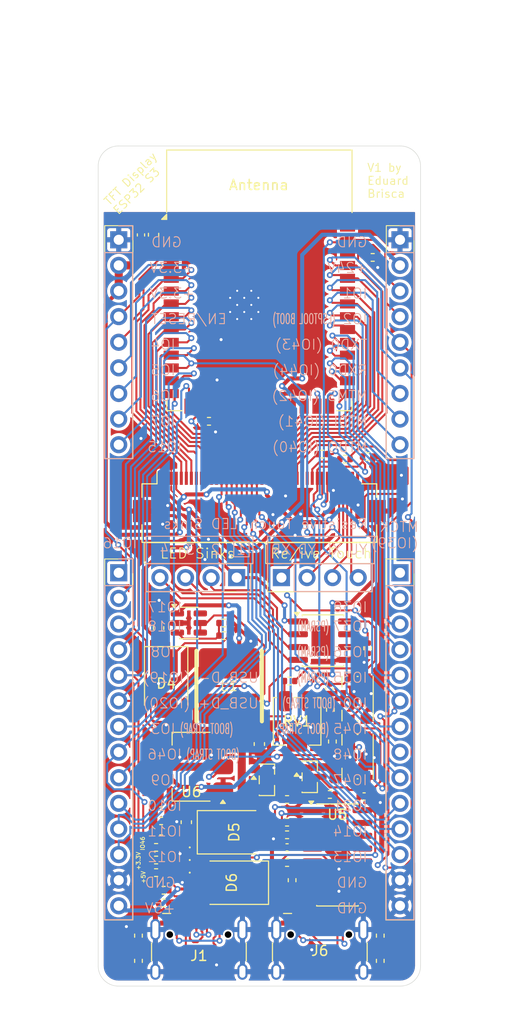
<source format=kicad_pcb>
(kicad_pcb (version 20241229) (generator "pcbnew") (generator_version "9.0")
  (layers (0 "F.Cu" signal) (2 "B.Cu" signal) (13 "F.Paste" user) (15 "B.Paste" user) (5 "F.SilkS" user "F.Silkscreen") (7 "B.SilkS" user "B.Silkscreen") (1 "F.Mask" user) (3 "B.Mask" user) (25 "Edge.Cuts" user))
  (net 0 "")
  (net 1 "+3.3V")
  (net 2 "GND")
  (net 3 "+5V")
  (net 4 "VLED+")
  (net 5 "Net-(U5-V3)")
  (net 6 "EN")
  (net 7 "Net-(D1-A)")
  (net 8 "Net-(D2-A)")
  (net 9 "Net-(D3-A)")
  (net 10 "Net-(D4-A)")
  (net 11 "Net-(D5-A)")
  (net 12 "Net-(D6-A)")
  (net 13 "Net-(J1-D--PadA7)")
  (net 14 "Net-(J1-CC2)")
  (net 15 "Net-(J1-D+-PadA6)")
  (net 18 "Net-(J1-CC1)")
  (net 19 "G3")
  (net 20 "G7")
  (net 21 "HSYNC")
  (net 22 "IO15")
  (net 23 "XR")
  (net 24 "IO48")
  (net 25 "B6")
  (net 26 "B1")
  (net 27 "IO7")
  (net 28 "XL")
  (net 29 "IO18")
  (net 30 "G6")
  (net 31 "G4")
  (net 32 "IO17")
  (net 33 "B0")
  (net 34 "DE")
  (net 35 "B2")
  (net 36 "G0")
  (net 37 "B3")
  (net 38 "IO4")
  (net 40 "IO5")
  (net 41 "DISP")
  (net 42 "IO16")
  (net 43 "B5")
  (net 44 "G5")
  (net 45 "B7")
  (net 46 "IO6")
  (net 47 "YD")
  (net 48 "YU")
  (net 49 "PCLK")
  (net 50 "B4")
  (net 51 "LED_SINK_1")
  (net 52 "G2")
  (net 53 "G1")
  (net 54 "GPIO20")
  (net 55 "GPIO19")
  (net 56 "GPIO_LED")
  (net 57 "IO3")
  (net 58 "IO8")
  (net 59 "IO36")
  (net 60 "IO37")
  (net 61 "BOOT0")
  (net 62 "IO35")
  (net 63 "LED_SINK_3")
  (net 64 "LED_SINK_4")
  (net 65 "LED_SINK_2")
  (net 66 "Net-(J6-CC1)")
  (net 67 "Net-(J6-CC2)")
  (net 70 "Net-(Q1-B)")
  (net 71 "Net-(Q2-B)")
  (net 72 "Net-(U3-FB)")
  (net 73 "Net-(U4-EN{slash}PWM)")
  (net 74 "Net-(R13-Pad1)")
  (net 75 "Net-(U4-RSET)")
  (net 76 "Net-(U5-UD-)")
  (net 77 "Net-(U5-UD+)")
  (net 78 "Net-(U5-RXD)")
  (net 79 "Net-(U5-TXD)")
  (net 80 "DTR")
  (net 81 "RTS")
  (net 91 "Net-(J6-D+-PadA6)")
  (net 92 "Net-(J6-D--PadA7)")
  (footprint "Package_SO:SOIC-16_3.9x9.9mm_P1.27mm" (layer "F.Cu") (at 127.75 157)
    (property "Reference" "U5")
    (property "Value" "CH340C")
  )
  (footprint "Diode_SMD:D_SMB" (layer "F.Cu") (at 117.25 159.75 180)
    (property "Reference" "D6")
    (property "Value" "Diode")
  )
  (footprint "Package_TO_SOT_SMD:SOT-23" (layer "F.Cu") (at 120.75 149.55)
    (property "Reference" "Q2" (hide yes))
    (property "Value" "2N3904")
  )
  (footprint "Connector_USB:USB_C_Receptacle_HCTL_HC-TYPE-C-16P-01A" (layer "F.Cu") (at 114 167.5)
    (property "Reference" "J1")
    (property "Value" "USB_C_Receptacle_USB2.0_16P" (hide yes))
  )
  (footprint "Resistor_SMD:R_0402_1005Metric" (layer "F.Cu") (at 115 114 180)
    (property "Reference" "R7" (hide yes))
    (property "Value" "5.7K")
  )
  (footprint "Resistor_SMD:R_0402_1005Metric" (layer "F.Cu") (at 132 165 -90)
    (property "Reference" "R22" (hide yes))
    (property "Value" "5.1K")
  )
  (footprint "Resistor_SMD:R_0402_1005Metric" (layer "F.Cu") (at 131.25 97.75 180)
    (property "Reference" "R27" (hide yes))
    (property "Value" "47K")
  )
  (footprint "Resistor_SMD:R_0402_1005Metric" (layer "F.Cu") (at 109.75 157.5)
    (property "Reference" "R6" (hide yes))
    (property "Value" "1K")
  )
  (footprint "Capacitor_SMD:C_0402_1005Metric" (layer "F.Cu") (at 126.95 140.52 90)
    (property "Reference" "C10" (hide yes))
    (property "Value" "1uF")
  )
  (footprint "Capacitor_SMD:C_0402_1005Metric" (layer "F.Cu") (at 108.25 95.52 -90)
    (property "Reference" "C1" (hide yes))
    (property "Value" "0.1uF")
  )
  (footprint "Capacitor_SMD:C_0603_1608Metric" (layer "F.Cu") (at 112.75 153.75 90)
    (property "Reference" "C3" (hide yes))
    (property "Value" "10uF")
  )
  (footprint "Resistor_SMD:R_0402_1005Metric" (layer "F.Cu") (at 127 151 180)
    (property "Reference" "R26" (hide yes))
    (property "Value" "10K")
  )
  (footprint "Capacitor_SMD:C_0402_1005Metric" (layer "F.Cu") (at 122.75 156.25 180)
    (property "Reference" "C7" (hide yes))
    (property "Value" "0.1uF")
  )
  (footprint "Resistor_SMD:R_0402_1005Metric" (layer "F.Cu") (at 108 165 -90)
    (property "Reference" "R1" (hide yes))
    (property "Value" "5.1K")
  )
  (footprint "Resistor_SMD:R_0402_1005Metric" (layer "F.Cu") (at 130.75 136.5 90)
    (property "Reference" "R12" (hide yes))
    (property "Value" "1K")
  )
  (footprint "Resistor_SMD:R_0402_1005Metric" (layer "F.Cu") (at 110.5 161.75 180)
    (property "Reference" "R4" (hide yes))
    (property "Value" "27R")
  )
  (footprint "Resistor_SMD:R_0402_1005Metric" (layer "F.Cu") (at 116.5 135.25 180)
    (property "Reference" "R10" (hide yes))
    (property "Value" "396K")
  )
  (footprint "Resistor_SMD:R_0402_1005Metric" (layer "F.Cu") (at 122.75 155 180)
    (property "Reference" "R23" (hide yes))
    (property "Value" "100")
  )
  (footprint "Potentiometer_SMD:Potentiometer_Bourns_3314J_Vertical" (layer "F.Cu") (at 123.75 143.75)
    (property "Reference" "RV1")
    (property "Value" "10K")
  )
  (footprint "Capacitor_SMD:C_0402_1005Metric" (layer "F.Cu") (at 130.4 151.2 180)
    (property "Reference" "C8" (hide yes))
    (property "Value" "0.1uF")
  )
  (footprint "Package_TO_SOT_SMD:SOT-23-6" (layer "F.Cu") (at 113 134)
    (property "Reference" "U3" (hide yes))
    (property "Value" "MT3608")
  )
  (footprint "Resistor_SMD:R_0402_1005Metric" (layer "F.Cu") (at 127.05 142.6 90)
    (property "Reference" "R8" (hide yes))
    (property "Value" "10K")
  )
  (footprint "Package_TO_SOT_SMD:SOT-223-3_TabPin2" (layer "F.Cu") (at 113.25 148.25 180)
    (property "Reference" "U6")
    (property "Value" "LD1117S33TR_SOT223")
  )
  (footprint "Resistor_SMD:R_0402_1005Metric" (layer "F.Cu") (at 122.75 153.75 180)
    (property "Reference" "R24" (hide yes))
    (property "Value" "100")
  )
  (footprint "Resistor_SMD:R_0402_1005Metric" (layer "F.Cu") (at 126.25 117.25 180)
    (property "Reference" "R18" (hide yes))
    (property "Value" "22R")
  )
  (footprint "RF_Module:ESP32-S3-WROOM-1" (layer "F.Cu") (at 120 100)
    (property "Reference" "U1" (hide yes))
    (property "Value" "ESP32-S3-WROOM-1" (hide yes))
  )
  (footprint "Resistor_SMD:R_0402_1005Metric" (layer "F.Cu") (at 122.75 151.5 180)
    (property "Reference" "R25" (hide yes))
    (property "Value" "10K")
  )
  (footprint "Resistor_SMD:R_0402_1005Metric" (layer "F.Cu") (at 116.5 134)
    (property "Reference" "R11" (hide yes))
    (property "Value" "10K")
  )
  (footprint "Connector_USB:USB_C_Receptacle_HCTL_HC-TYPE-C-16P-01A" (layer "F.Cu") (at 126 167.5)
    (property "Reference" "J6")
    (property "Value" "USB_C_Receptacle_USB2.0_16P" (hide yes))
  )
  (footprint "Package_TO_SOT_SMD:SOT-23" (layer "F.Cu") (at 125 149.25)
    (property "Reference" "Q1" (hide yes))
    (property "Value" "2N3904")
  )
  (footprint "Diode_SMD:D_SMB" (layer "F.Cu") (at 110.75 140 -90)
    (property "Reference" "D4")
    (property "Value" "Diode")
  )
  (footprint "Resistor_SMD:R_0402_1005Metric" (layer "F.Cu") (at 122.75 157.75)
    (property "Reference" "R20" (hide yes))
    (property "Value" "27R")
  )
  (footprint "Resistor_SMD:R_0402_1005Metric" (layer "F.Cu") (at 109.75 158.75)
    (property "Reference" "R5" (hide yes))
    (property "Value" "1K")
  )
  (footprint "Capacitor_SMD:C_0603_1608Metric" (layer "F.Cu") (at 110 134.5 -90)
    (property "Reference" "C5" (hide yes))
    (property "Value" "22uF")
  )
  (footprint "Resistor_SMD:R_0402_1005Metric" (layer "F.Cu") (at 108 167.5 -90)
    (property "Reference" "R2" (hide yes))
    (property "Value" "5.1K")
  )
  (footprint "My_Library:5028_SMD_INDUCTOR_SRR5028-220Y" (layer "F.Cu") (at 117 140.25 90)
    (property "Reference" "L1")
    (property "Value" "22uH")
  )
  (footprint "Capacitor_SMD:C_0603_1608Metric" (layer "F.Cu") (at 110.25 152.75 180)
    (property "Reference" "C4" (hide yes))
    (property "Value" "10uF")
  )
  (footprint "LED_SMD:LED_0402_1005Metric" (layer "F.Cu") (at 112 157.5 180)
    (property "Reference" "D2" (hide yes))
    (property "Value" "RED 3.3V")
  )
  (footprint "LED_SMD:LED_0402_1005Metric" (layer "F.Cu") (at 112 158.75 180)
    (property "Reference" "D1" (hide yes))
    (property "Value" "RED 5V")
  )
  (footprint "Capacitor_SMD:C_0603_1608Metric" (layer "F.Cu") (at 110.25 154.5 180)
    (property "Reference" "C9" (hide yes))
    (property "Value" "22uF")
  )
  (footprint "Resistor_SMD:R_0402_1005Metric" (layer "F.Cu") (at 127.25 145.75 -90)
    (property "Reference" "R9" (hide yes))
    (property "Value" "10K")
  )
  (footprint "LED_SMD:LED_0402_1005Metric" (layer "F.Cu") (at 112 156.25 180)
    (property "Reference" "D3" (hide yes))
    (property "Value" "GREEN GPIO")
  )
  (footprint "Resistor_SMD:R_0402_1005Metric" (layer "F.Cu") (at 128.5 117.75)
    (property "Reference" "R15" (hide yes))
    (property "Value" "10K")
  )
  (footprint "Resistor_SMD:R_0402_1005Metric" (layer "F.Cu") (at 109.75 156.25)
    (property "Reference" "R14" (hide yes))
    (property "Value" "1K")
  )
  (footprint "Resistor_SMD:R_0402_1005Metric" (layer "F.Cu") (at 123.25 159.5 90)
    (property "Reference" "R19" (hide yes))
    (property "Value" "27R")
  )
  (footprint "Button_Switch_SMD:SW_Push_1P1T-SH_NO_CK_KMR2xxG" (layer "F.Cu") (at 129.75 141.5 90)
    (property "Reference" "SW1" (hide yes))
    (property "Value" "SW_Push")
  )
  (footprint "Connector_FFC-FPC:Hirose_FH12-40S-0.5SH_1x40-1MP_P0.50mm_Horizontal" (layer "F.Cu") (at 120 121.5)
    (property "Reference" "J2" (hide yes))
    (property "Value" "Conn_01x40_Socket")
  )
  (footprint "Resistor_SMD:R_0402_1005Metric" (layer "F.Cu") (at 132 167.5 -90)
    (property "Reference" "R21" (hide yes))
    (property "Value" "5.1K")
  )
  (footprint "Capacitor_SMD:C_0603_1608Metric" (layer "F.Cu") (at 120 146 90)
    (property "Reference" "C6" (hide yes))
    (property "Value" "10uF")
  )
  (footprint "Resistor_SMD:R_0402_1005Metric" (layer "F.Cu") (at 110.5 160.5 180)
    (property "Reference" "R3" (hide yes))
    (property "Value" "27R")
  )
  (footprint "Capacitor_SMD:C_0603_1608Metric" (layer "F.Cu") (at 109.5 95.5 -90)
    (property "Reference" "C2" (hide yes))
    (property "Value" "10uF")
  )
  (footprint "Button_Switch_SMD:SW_Push_1P1T-SH_NO_CK_KMR2xxG" (layer "F.Cu") (at 129.75 147.25 90)
    (property "Reference" "SW2" (hide yes))
    (property "Value" "SW_Push")
  )
  (footprint "Diode_SMD:D_SMB" (layer "F.Cu") (at 117.5 154.75)
    (property "Reference" "D5")
    (property "Value" "Diode")
  )
  (footprint "My_Library:CAT4104" (layer "F.Cu") (at 126.32 135.75)
    (property "Reference" "U4" (hide yes))
    (property "Value" "CAT4104")
  )
  (footprint "Resistor_SMD:R_0402_1005Metric" (layer "F.Cu") (at 123 139.75)
    (property "Reference" "R13" (hide yes))
    (property "Value" "1.8K")
  )
  (footprint "Resistor_SMD:R_0402_1005Metric" (layer "F.Cu") (at 130.75 117.5)
    (property "Reference" "R17" (hide yes))
    (property "Value" "5.7K")
  )
  (footprint "Connector_PinHeader_2.54mm:PinHeader_1x14_P2.54mm_Vertical" (layer "B.Cu") (at 133.96 129.02 180)
    (property "Reference" "J11" (hide yes))
    (property "Value" "Conn_01x14_Pin")
  )
  (footprint "Connector_PinHeader_2.54mm:PinHeader_1x14_P2.54mm_Vertical" (layer "B.Cu") (at 106.04 129.02 180)
    (property "Reference" "J10" (hide yes))
    (property "Value" "Conn_01x14_Pin")
  )
  (footprint "Connector_PinHeader_2.54mm:PinHeader_1x04_P2.54mm_Vertical" (layer "B.Cu") (at 117.75 129.5 90)
    (property "Reference" "J5" (hide yes))
    (property "Value" "Conn_01x04_Pin")
  )
  (footprint "Connector_PinHeader_2.54mm:PinHeader_1x04_P2.54mm_Vertical" (layer "B.Cu") (at 122.19 129.5 -90)
    (property "Reference" "J7" (hide yes))
    (property "Value" "Conn_01x04_Pin")
  )
  (footprint "Connector_PinHeader_2.54mm:PinHeader_1x09_P2.54mm_Vertical" (layer "B.Cu") (at 106.04 96 180)
    (property "Reference" "J8" (hide yes))
    (property "Value" "Conn_01x09_Pin")
  )
  (footprint "Connector_PinHeader_2.54mm:PinHeader_1x09_P2.54mm_Vertical" (layer "B.Cu") (at 133.96 96 180)
    (property "Reference" "J9" (hide yes))
    (property "Value" "Conn_01x09_Pin")
  )
  (gr_rect (start 104.65 94.6) (end 107.45 117.7) (stroke (width 0.1)) (fill no) (layer "F.SilkS"))
  (gr_rect (start 132.6 94.6) (end 135.35 117.7) (stroke (width 0.1)) (fill no) (layer "F.SilkS"))
  (gr_rect (start 108.57 126.035) (end 119.365 128.1) (stroke (width 0.1)) (fill no) (layer "F.SilkS"))
  (gr_rect (start 120.635 126.035) (end 131.43 128.1) (stroke (width 0.1)) (fill no) (layer "F.SilkS"))
  (gr_rect (start 104.65 127.65) (end 107.45 163.45) (stroke (width 0.1)) (fill no) (layer "F.SilkS"))
  (gr_rect (start 120.8 128.1) (end 131.2 130.9) (stroke (width 0.1)) (fill no) (layer "F.SilkS"))
  (gr_rect (start 108.75 128.1) (end 119.15 130.9) (stroke (width 0.1)) (fill no) (layer "F.SilkS"))
  (gr_rect (start 132.55 127.65) (end 135.35 163.45) (stroke (width 0.1)) (fill no) (layer "F.SilkS"))
  (gr_line (start 118.984 125.908) (end 117.46 125.908) (stroke (width 0.1)) (layer "B.SilkS"))
  (gr_rect (start 120.81 125.4) (end 131.43 128.12) (stroke (width 0.1)) (fill no) (layer "B.SilkS"))
  (gr_line (start 118.984 127.432) (end 118.984 125.908) (stroke (width 0.1)) (layer "B.SilkS"))
  (gr_rect (start 108.75 125.4) (end 119.365 128.12) (stroke (width 0.1)) (fill no) (layer "B.SilkS"))
  (gr_line (start 117.46 125.908) (end 117.46 127.432) (stroke (width 0.1)) (layer "B.SilkS"))
  (gr_line (start 118.984 127.432) (end 117.46 127.432) (stroke (width 0.1)) (layer "B.SilkS"))
  (gr_line (start 134 170) (end 106 170) (stroke (width 0.05)) (layer "Edge.Cuts"))
  (gr_arc (start 134 86.7) (mid 135.414214 87.285786) (end 136 88.7) (stroke (width 0.05)) (layer "Edge.Cuts"))
  (gr_line (start 136 88.7) (end 136 168) (stroke (width 0.05)) (layer "Edge.Cuts"))
  (gr_line (start 104 168) (end 104 88.7) (stroke (width 0.05)) (layer "Edge.Cuts"))
  (gr_arc (start 136 168) (mid 135.414214 169.414214) (end 134 170) (stroke (width 0.05)) (layer "Edge.Cuts"))
  (gr_line (start 106 86.7) (end 134 86.7) (stroke (width 0.05)) (layer "Edge.Cuts"))
  (gr_arc (start 104 88.7) (mid 104.585786 87.285786) (end 106 86.7) (stroke (width 0.05)) (layer "Edge.Cuts"))
  (gr_arc (start 106 170) (mid 104.585786 169.414214) (end 104 168) (stroke (width 0.05)) (layer "Edge.Cuts"))
  (gr_text "V1 by\nEduard\nBrisca" (at 130.65 91.9 0) (layer "F.SilkS") (effects (font (size 0.8 0.8) (thickness 0.1)) (justify left bottom)))
  (gr_text "+3.3V" (at 108.23 158.54 90) (layer "F.SilkS") (effects (font (size 0.4 0.4) (thickness 0.08) (bold yes)) (justify left bottom)))
  (gr_text "Re/ive Touch" (at 121.016 127.686 0) (layer "F.SilkS") (effects (font (size 1 1) (thickness 0.1)) (justify left bottom)))
  (gr_text "+5V" (at 108.72 159.87 90) (layer "F.SilkS") (effects (font (size 0.4 0.4) (thickness 0.08) (bold yes)) (justify left bottom)))
  (gr_text "LED Sinks" (at 110.094 127.686 0) (layer "F.SilkS") (effects (font (size 1 1) (thickness 0.1)) (justify left bottom)))
  (gr_text "IO46" (at 108.65 156.6 90) (layer "F.SilkS") (effects (font (size 0.4 0.4) (thickness 0.08) (bold yes)) (justify left bottom)))
  (gr_text "TFT Display\nESP32 S3" (at 106 93.65 45) (layer "F.SilkS") (effects (font (size 0.8 0.8) (thickness 0.1)) (justify left bottom)))
  (gr_text "IO4" (at 111.745 106.985 0) (layer "B.SilkS") (effects (font (size 1 1) (thickness 0.1)) (justify left bottom mirror)))
  (gr_text "XR" (at 123.175 127.305 0) (layer "B.SilkS") (effects (font (size 1 1) (thickness 0.1)) (justify left bottom mirror)))
  (gr_text "MTDI (IO41)" (at 130.795 114.605 0) (layer "B.SilkS") (effects (font (size 1 1) (thickness 0.1)) (justify left bottom mirror)))
  (gr_text "IO6" (at 111.745 112.065 0) (layer "B.SilkS") (effects (font (size 1 1) (thickness 0.1)) (justify left bottom mirror)))
  (gr_text "IO12" (at 112.38 157.785 0) (layer "B.SilkS") (effects (font (size 1 1) (thickness 0.1)) (justify left bottom mirror)))
  (gr_text "YD" (at 125.715 127.305 0) (layer "B.SilkS") (effects (font (size 1 1) (thickness 0.1)) (justify left bottom mirror)))
  (gr_text "MTMS (IO42)" (at 130.795 112.065 0) (layer "B.SilkS") (effects (font (size 1 1) (thickness 0.1)) (justify left bottom mirror)))
  (gr_text "GND" (at 130.795 162.865 0) (layer "B.SilkS") (effects (font (size 1 1) (thickness 0.1)) (justify left bottom mirror)))
  (gr_text "IO0" (at 130.795 142.545 0) (layer "B.SilkS") (effects (font (size 1 1) (thickness 0.1)) (justify left bottom mirror)))
  (gr_text "IO9" (at 111.745 150.165 0) (layer "B.SilkS") (effects (font (size 1 1) (thickness 0.1)) (justify left bottom mirror)))
  (gr_text "XL" (at 128.255 127.305 0) (layer "B.SilkS") (effects (font (size 1 1) (thickness 0.1)) (justify left bottom mirror)))
  (gr_text "IO7" (at 111.745 114.605 0) (layer "B.SilkS") (effects (font (size 1 1) (thickness 0.1)) (justify left bottom mirror)))
  (gr_text "IO3" (at 111.745 145.085 0) (layer "B.SilkS") (effects (font (size 1 1) (thickness 0.1)) (justify left bottom mirror)))
  (gr_text "GND" (at 111.745 160.325 0) (layer "B.SilkS") (effects (font (size 1 1) (thickness 0.1)) (justify left bottom mirror)))
  (gr_text "IO18" (at 112.38 134.925 0) (layer "B.SilkS") (effects (font (size 1 1) (thickness 0.1)) (justify left bottom mirror)))
  (gr_text "IO14" (at 130.795 155.245 0) (layer "B.SilkS") (effects (font (size 1 1) (thickness 0.1)) (justify left bottom mirror)))
  (gr_text "EN/RESET" (at 116.825 104.445 0) (layer "B.SilkS") (effects (font (size 1 1) (thickness 0.1)) (justify left bottom mirror)))
  (gr_text "IO16" (at 107.935 126.67 0) (layer "B.SilkS") (effects (font (size 1 1) (thickness 0.1)) (justify left bottom mirror)))
  (gr_text "(BOOT STRAP)" (at 127.62 142.545 0) (layer "B.SilkS") (effects (font (size 1 0.5) (thickness 0.1)) (justify left bottom mirror)))
  (gr_text "IO15" (at 112.38 117.145 0) (layer "B.SilkS") (effects (font (size 1 1) (thickness 0.1)) (justify left bottom mirror)))
  (gr_text "USB_D- (IO19)" (at 120 140.005 0) (layer "B.SilkS") (effects (font (size 1 1) (thickness 0.1)) (justify left bottom mirror)))
  (gr_text "(ESPTOOL BOOT)" (at 127.62 104.445 0) (layer "B.SilkS") (effects (font (size 1 0.5) (thickness 0.1)) (justify left bottom mirror)))
  (gr_text "IO2" (at 130.795 104.445 0) (layer "B.SilkS") (effects (font (size 1 1) (thickness 0.1)) (justify left bottom mirror)))
  (gr_text "USB_D+ (IO20)" (at 120 142.545 0) (layer "B.SilkS") (effects (font (size 1 1) (thickness 0.1)) (justify left bottom mirror)))
  (gr_text "(BOOT STRAP)" (at 118.095 147.625 0) (layer "B.SilkS") (effects (font (size 1 0.5) (thickness 0.1)) (justify left bottom mirror)))
  (gr_text "IO38" (at 130.795 133.02 0) (layer "B.SilkS") (effects (font (size 1 1) (thickness 0.1)) (justify left bottom mirror)))
  (gr_text "IO47" (at 130.795 150.165 0) (layer "B.SilkS") (effects (font (size 1 1) (thickness 0.1)) (justify left bottom mirror)))
  (gr_text "IO13" (at 130.795 157.785 0) (layer "B.SilkS") (effects (font (size 1 1) (thickness 0.1)) (justify left bottom mirror)))
  (gr_text "LED Sinks" (at 117.968 124.765 0) (layer "B.SilkS") (effects (font (size 1 1) (thickness 0.1)) (justify left bottom mirror)))
  (gr_text "(PSRAM)" (at 126.985 134.925 0) (layer "B.SilkS") (effects (font (size 1 0.5) (thickness 0.1)) (justify left bottom mirror)))
  (gr_text "IO1" (at 130.795 101.905 0) (layer "B.SilkS") (effects (font (size 1 1) (thickness 0.1)) (justify left bottom mirror)))
  (gr_text "(PSRAM)" (at 126.985 137.465 0) (layer "B.SilkS") (effects (font (size 1 0.5) (thickness 0.1)) (justify left bottom mirror)))
  (gr_text "1" (at 118.73 127.305 0) (layer "B.SilkS") (effects (font (size 1 1) (thickness 0.1)) (justify left bottom mirror)))
  (gr_text "IO35" (at 130.795 140.005 0) (layer "B.SilkS") (effects (font (size 1 1) (thickness 0.1)) (justify left bottom mirror)))
  (gr_text "+24V" (at 130.795 99.365 0) (layer "B.SilkS") (effects (font (size 1 1) (thickness 0.1)) (justify left bottom mirror)))
  (gr_text "IO36" (at 130.795 137.465 0) (layer "B.SilkS") (effects (font (size 1 1) (thickness 0.1)) (justify left bottom mirror)))
  (gr_text "GND" (at 130.795 96.825 0) (layer "B.SilkS") (effects (font (size 1 1) (thickness 0.1)) (justify left bottom mirror)))
  (gr_text "IO21" (at 130.795 152.705 0) (layer "B.SilkS") (effects (font (size 1 1) (thickness 0.1)) (justify left bottom mirror)))
  (gr_text "(BOOT STRAP)" (at 126.985 145.085 0) (layer "B.SilkS") (effects (font (size 1 0.5) (thickness 0.1)) (justify left bottom mirror)))
  (gr_text "GND" (at 130.795 160.325 0) (layer "B.SilkS") (effects (font (size 1 1) (thickness 0.1)) (justify left bottom mirror)))
  (gr_text "IO10" (at 112.38 152.705 0) (layer "B.SilkS") (effects (font (size 1 1) (thickness 0.1)) (justify left bottom mirror)))
  (gr_text "+5V" (at 111.745 162.865 0) (layer "B.SilkS") (effects (font (size 1 1) (thickness 0.1)) (justify left bottom mirror)))
  (gr_text "3" (at 113.65 127.305 0) (layer "B.SilkS") (effects (font (size 1 1) (thickness 0.1)) (justify left bottom mirror)))
  (gr_text "GND" (at 112.38 96.825 0) (layer "B.SilkS") (effects (font (size 1 1) (thickness 0.1)) (justify left bottom mirror)))
  (gr_text "IO45" (at 130.795 145.085 0) (layer "B.SilkS") (effects (font (size 1 1) (thickness 0.1)) (justify left bottom mirror)))
  (gr_text "RXD0 (IO44)" (at 130.795 109.525 0) (layer "B.SilkS") (effects (font (size 1 1) (thickness 0.1)) (justify left bottom mirror)))
  (gr_text "Resistive Touch" (at 130.795 124.765 0) (layer "B.SilkS") (effects (font (size 1 1) (thickness 0.1)) (justify left bottom mirror)))
  (gr_text "IO17\n" (at 112.38 133.02 0) (layer "B.SilkS") (effects (font (size 1 1) (thickness 0.1)) (justify left bottom mirror)))
  (gr_text "IO37" (at 130.795 134.925 0) (layer "B.SilkS") (effects (font (size 1 1) (thickness 0.1)) (justify left bottom mirror)))
  (gr_text "IO5" (at 111.745 109.525 0) (layer "B.SilkS") (effects (font (size 1 1) (thickness 0.1)) (justify left bottom mirror)))
  (gr_text "IO46" (at 112.38 147.625 0) (layer "B.SilkS") (effects (font (size 1 1) (thickness 0.1)) (justify left bottom mirror)))
  (gr_text "IO11" (at 112.38 155.245 0) (layer "B.SilkS") (effects (font (size 1 1) (thickness 0.1)) (justify left bottom mirror)))
  (gr_text "IO8" (at 111.745 137.465 0) (layer "B.SilkS") (effects (font (size 1 1) (thickness 0.1)) (justify left bottom mirror)))
  (gr_text "IO48" (at 130.795 147.625 0) (layer "B.SilkS") (effects (font (size 1 1) (thickness 0.1)) (justify left bottom mirror)))
  (gr_text "MTCK\n(IO39)" (at 135.875 126.67 0) (layer "B.SilkS") (effects (font (size 1 1) (thickness 0.1)) (justify left bottom mirror)))
  (gr_text "(PSRAM)" (at 126.985 140.005 0) (layer "B.SilkS") (effects (font (size 1 0.5) (thickness 0.1)) (justify left bottom mirror)))
  (gr_text "TXD0 (IO43)" (at 130.795 106.985 0) (layer "B.SilkS") (effects (font (size 1 1) (thickness 0.1)) (justify left bottom mirror)))
  (gr_text "2" (at 116.19 127.305 0) (layer "B.SilkS") (effects (font (size 1 1) (thickness 0.1)) (justify left bottom mirror)))
  (gr_text "(BOOT STRAP)" (at 117.46 145.085 0) (layer "B.SilkS") (effects (font (size 1 0.5) (thickness 0.1)) (justify left bottom mirror)))
  (gr_text "YU" (at 130.795 127.305 0) (layer "B.SilkS") (effects (font (size 1 1) (thickness 0.1)) (justify left bottom mirror)))
  (gr_text "+3.3V" (at 113.65 101.905 0) (layer "B.SilkS") (effects (font (size 1 1) (thickness 0.1)) (justify left bottom mirror)))
  (gr_text "+3.3V" (at 113.65 99.365 0) (layer "B.SilkS") (effects (font (size 1 1) (thickness 0.1)) (justify left bottom mirror)))
  (gr_text "4" (at 111.11 127.305 0) (layer "B.SilkS") (effects (font (size 1 1) (thickness 0.1)) (justify left bottom mirror)))
  (gr_text "MTDO (IO40)" (at 130.795 117.145 0) (layer "B.SilkS") (effects (font (size 1 1) (thickness 0.1)) (justify left bottom mirror)))
  (segment (start 111.75 125.25) (end 106 125.25) (width 0.4) (layer "F.Cu") (net 1))
  (segment (start 115.4 149.25) (end 116.4 148.25) (width 0.2) (layer "F.Cu") (net 1))
  (segment (start 126.708994 124) (end 123.4 124) (width 0.4) (layer "F.Cu") (net 1))
  (segment (start 112.119 125) (end 112 125) (width 0.4) (layer "F.Cu") (net 1))
  (segment (start 131.25 125.5) (end 130 124.25) (width 0.4) (layer "F.Cu") (net 1))
  (segment (start 133.95 117.85) (end 132.82517 117.85) (width 0.2) (layer "F.Cu") (net 1))
  (segment (start 111.75 119.65) (end 111.75 120.75) (width 0.2) (layer "F.Cu") (net 1))
  (segment (start 126.71 142.09) (end 126.25 142.55) (width 0.2) (layer "F.Cu") (net 1))
  (segment (start 110.1 151.65) (end 110.1 148.25) (width 0.8) (layer "F.Cu") (net 1))
  (segment (start 129.01 117.49) (end 129.01 117.75) (width 0.2) (layer "F.Cu") (net 1))
  (segment (start 113.100681 158.121) (end 109.861 158.121) (width 0.2) (layer "F.Cu") (net 1))
  (segment (start 133.7 121.2) (end 134.71 120.19) (width 0.2) (layer "F.Cu") (net 1))
  (segment (start 127.25 132) (end 129.079182 132) (width 0.4) (layer "F.Cu") (net 1))
  (segment (start 108.25 97.532081) (end 107.242081 98.54) (width 0.8) (layer "F.Cu") (net 1))
  (segment (start 125 140) (end 125.9 139.1) (width 0.4) (layer "F.Cu") (net 1))
  (segment (start 106 125.25) (end 104.75 124) (width 0.4) (layer "F.Cu") (net 1))
  (segment (start 113.25 155.35) (end 114.15 156.25) (width 0.2) (layer "F.Cu") (net 1))
  (segment (start 110.1 148.25) (end 112.1 150.25) (width 0.4) (layer "F.Cu") (net 1))
  (segment (start 114.15 156.25) (end 114.15 157.071681) (width 0.2) (layer "F.Cu") (net 1))
  (segment (start 126.41 147.1) (end 121.9 147.1) (width 0.2) (layer "F.Cu") (net 1))
  (segment (start 109.475 154.5) (end 109.475 152.75) (width 0.8) (layer "F.Cu") (net 1))
  (segment (start 121.75 145) (end 122.75 144) (width 0.4) (layer "F.Cu") (net 1))
  (segment (start 126.25 145.26) (end 126.25 142.55) (width 0.2) (layer "F.Cu") (net 1))
  (segment (start 121.9 147.1) (end 121.75 147.25) (width 0.2) (layer "F.Cu") (net 1))
  (segment (start 131.25 126.102) (end 131.25 125.5) (width 0.4) (layer "F.Cu") (net 1))
  (segment (start 123.5 144) (end 124 143.5) (width 0.4) (layer "F.Cu") (net 1))
  (segment (start 114.75 121.25) (end 112.75 121.25) (width 0.4) (layer "F.Cu") (net 1))
  (segment (start 129.01 117.64824) (end 129.01 117.75) (width 0.4) (layer "F.Cu") (net 1))
  (segment (start 131.47517 116.5) (end 130 116.5) (width 0.2) (layer "F.Cu") (net 1))
  (segment (start 113.5 148.25) (end 116.4 148.25) (width 0.8) (layer "F.Cu") (net 1))
  (segment (start 131.25 129.829182) (end 131.25 126.102) (width 0.4) (layer "F.Cu") (net 1))
  (segment (start 130 116.5) (end 129.01 117.49) (width 0.2) (layer "F.Cu") (net 1))
  (segment (start 120.75 121.35) (end 120.75 121) (width 0.4) (layer "F.Cu") (net 1))
  (segment (start 112.1 150.25) (end 114.25 150.25) (width 0.4) (layer "F.Cu") (net 1))
  (segment (start 134.71 118.61) (end 133.95 117.85) (width 0.2) (layer "F.Cu") (net 1))
  (segment (start 126.951028 123.757966) (end 126.708994 124) (width 0.4) (layer "F.Cu") (net 1))
  (segment (start 112 125) (end 111.75 125.25) (width 0.4) (layer "F.Cu") (net 1))
  (segment (start 104.75 102.37) (end 106.04 101.08) (width 0.4) (layer "F.Cu") (net 1))
  (segment (start 110.985 96.275) (end 111.25 96.01) (width 0.2) (layer "F.Cu") (net 1))
  (segment (start 104.75 124) (end 104.75 102.37) (width 0.4) (layer "F.Cu") (net 1))
  (segment (start 109.225 96) (end 109.5 96.275) (width 0.2) (layer "F.Cu") (net 1))
  (segment (start 106.04 98.54) (end 106.04 101.08) (width 0.8) (layer "F.Cu") (net 1))
  (segment (start 111.25 96.01) (end 109.765 96.01) (width 0.8) (layer "F.Cu") (net 1))
  (segment (start 107.242081 98.54) (end 106.04 98.54) (width 0.8) (layer "F.Cu") (net 1))
  (segment (start 114.15 157.071681) (end 113.100681 158.121) (width 0.2) (layer "F.Cu") (net 1))
  (segment (start 110.325 155.35) (end 113.25 155.35) (width 0.2) (layer "F.Cu") (net 1))
  (segment (start 109.475 152.75) (end 109.475 152.275) (width 0.8) (layer "F.Cu") (net 1))
  (segment (start 109.475 154.5) (end 110.325 155.35) (width 0.2) (layer "F.Cu") (net 1))
  (segment (start 127.05 142.09) (end 126.71 142.09) (width 0.2) (layer "F.Cu") (net 1))
  (segment (start 109.5 96.275) (end 108.525 96.275) (width 0.8) (layer "F.Cu") (net 1))
  (segment (start 132.82517 117.85) (end 131.47517 116.5) (width 0.2) (layer "F.Cu") (net 1))
  (segment (start 130.45 121.498) (end 130.748 121.2) (width 0.2) (layer "F.Cu") (net 1))
  (segment (start 109.861 158.121) (end 109.24 157.5) (width 0.2) (layer "F.Cu") (net 1))
  (segment (start 130.748 121.2) (end 133.7 121.2) (width 0.2) (layer "F.Cu") (net 1))
  (segment (start 134.71 120.19) (end 134.71 118.61) (width 0.2) (layer "F.Cu") (net 1))
  (segment (start 123.4 124) (end 120.75 121.35) (width 0.4) (layer "F.Cu") (net 1))
  (segment (start 112.75 121.25) (end 112.5 121.5) (width 0.4) (layer "F.Cu") (net 1))
  (segment (start 122.75 144) (end 123.5 144) (width 0.4) (layer "F.Cu") (net 1))
  (segment (start 111.75 120.75) (end 112.5 121.5) (width 0.2) (layer "F.Cu") (net 1))
  (segment (start 130 124.25) (end 130.45 123.8) (width 0.2) (layer "F.Cu") (net 1))
  (segment (start 108.525 96.275) (end 108.25 96) (width 0.8) (layer "F.Cu") (net 1))
  (segment (start 127.25 146.26) (end 126.25 145.26) (width 0.2) (layer "F.Cu") (net 1))
  (segment (start 125.9 139.1) (end 127.25 139.1) (width 0.4) (layer "F.Cu") (net 1))
  (segment (start 110.1 148.25) (end 113.5 148.25) (width 0.8) (layer "F.Cu") (net 1))
  (segment (start 127.25 146.26) (end 126.41 147.1) (width 0.2) (layer "F.Cu") (net 1))
  (segment (start 129.079182 132) (end 131.25 129.829182) (width 0.4) (layer "F.Cu") (net 1))
  (segment (start 109.475 152.275) (end 110.1 151.65) (width 0.8) (layer "F.Cu") (net 1))
  (segment (start 115 149.25) (end 115.4 149.25) (width 0.2) (layer "F.Cu") (net 1))
  (segment (start 109.765 96.01) (end 109.5 96.275) (width 0.8) (layer "F.Cu") (net 1))
  (segment (start 121.75 146) (end 121.75 145) (width 0.4) (layer "F.Cu") (net 1))
  (segment (start 108.25 96) (end 108.25 97.532081) (width 0.8) (layer "F.Cu") (net 1))
  (segment (start 130.45 123.8) (end 130.45 121.498) (width 0.2) (layer "F.Cu") (net 1))
  (via (at 127.25 132) (size 0.6) (drill 0.3) (layers "F.Cu" "B.Cu") (net 1))
  (via (at 126.951028 123.757966) (size 0.6) (drill 0.3) (layers "F.Cu" "B.Cu") (net 1))
  (via (at 120.75 121) (size 0.6) (drill 0.3) (layers "F.Cu" "B.Cu") (net 1))
  (via (at 115 149.25) (size 0.6) (drill 0.3) (layers "F.Cu" "B.Cu") (net 1))
  (via (at 125 140) (size 0.6) (drill 0.3) (layers "F.Cu" "B.Cu") (net 1))
  (via (at 130 124.25) (size 0.6) (drill 0.3) (layers "F.Cu" "B.Cu") (net 1))
  (via (at 127.25 139.1) (size 0.6) (drill 0.3) (layers "F.Cu" "B.Cu") (net 1))
  (via (at 114.75 121.25) (size 0.6) (drill 0.3) (layers "F.Cu" "B.Cu") (net 1))
  (via (at 114.25 150.25) (size 0.6) (drill 0.3) (layers "F.Cu" "B.Cu") (net 1))
  (via (at 112.5 121.5) (size 0.6) (drill 0.3) (layers "F.Cu" "B.Cu") (net 1))
  (via (at 124 143.5) (size 0.6) (drill 0.3) (layers "F.Cu" "B.Cu") (net 1))
  (via (at 112.119 125) (size 0.6) (drill 0.3) (layers "F.Cu" "B.Cu") (net 1))
  (via (at 121.75 146) (size 0.6) (drill 0.3) (layers "F.Cu" "B.Cu") (net 1))
  (via (at 121.75 147.25) (size 0.6) (drill 0.3) (layers "F.Cu" "B.Cu") (net 1))
  (segment (start 120.75 121) (end 120.5 120.75) (width 0.4) (layer "B.Cu") (net 1))
  (segment (start 120.5 120.75) (end 115.25 120.75) (width 0.4) (layer "B.Cu") (net 1))
  (segment (start 124 141) (end 125 140) (width 0.4) (layer "B.Cu") (net 1))
  (segment (start 124 143.5) (end 124 141) (width 0.4) (layer "B.Cu") (net 1))
  (segment (start 128.5 122.75) (end 130 124.25) (width 0.4) (layer "B.Cu") (net 1))
  (segment (start 117.5 150.25) (end 121.75 146) (width 0.4) (layer "B.Cu") (net 1))
  (segment (start 112.02 124.901) (end 112.119 125) (width 0.4) (layer "B.Cu") (net 1))
  (segment (start 114.25 150.25) (end 117.5 150.25) (width 0.4) (layer "B.Cu") (net 1))
  (segment (start 112.02 121.98) (end 112.02 124.901) (width 0.4) (layer "B.Cu") (net 1))
  (segment (start 112.5 121.5) (end 112.02 121.98) (width 0.4) (layer "B.Cu") (net 1))
  (segment (start 115.25 120.75) (end 114.75 121.25) (width 0.4) (layer "B.Cu") (net 1))
  (segment (start 127.958994 122.75) (end 128.5 122.75) (width 0.4) (layer "B.Cu") (net 1))
  (segment (start 127.25 139.1) (end 127.25 132) (width 0.4) (layer "B.Cu") (net 1))
  (segment (start 115 149.25) (end 117 147.25) (width 0.2) (layer "B.Cu") (net 1))
  (segment (start 117 147.25) (end 121.75 147.25) (width 0.2) (layer "B.Cu") (net 1))
  (segment (start 126.951028 123.757966) (end 127.958994 122.75) (width 0.4) (layer "B.Cu") (net 1))
  (segment (start 111.025 152.75) (end 112.525 152.75) (width 0.8) (layer "F.Cu") (net 2))
  (segment (start 115.51 114.911473) (end 115.65 115.051473) (width 0.2) (layer "F.Cu") (net 2))
  (segment (start 111.025 154.475) (end 111.8 153.7) (width 0.8) (layer "F.Cu") (net 2))
  (segment (start 131.76 97.75) (end 131.76 98.74) (width 0.2) (layer "F.Cu") (net 2))
  (segment (start 117.35 134) (end 117.01 134) (width 0.2) (layer "F.Cu") (net 2))
  (segment (start 127.75 120.45) (end 127.35 120.85) (width 0.2) (layer "F.Cu") (net 2))
  (segment (start 110.275 134) (end 111.8625 134) (width 0.4) (layer "F.Cu") (net 2))
  (segment (start 127.75 119.65) (end 127.75 120.45) (width 0.2) (layer "F.Cu") (net 2))
  (segment (start 122.25 156.25) (end 121.4 155.4) (width 0.2) (layer "F.Cu") (net 2))
  (segment (start 110 133.725) (end 110.275 134) (width 0.4) (layer "F.Cu") (net 2))
  (segment (start 122.27 156.25) (end 122.25 156.25) (width 0.2) (layer "F.Cu") (net 2))
  (segment (start 112.75 152.975) (end 113.975 152.975) (width 0.8) (layer "F.Cu") (net 2))
  (segment (start 119.15 135.8) (end 117.35 134) (width 0.2) (layer "F.Cu") (net 2))
  (segment (start 133.21 96.75) (end 133.96 96) (width 0.2) (layer "F.Cu") (net 2))
  (segment (start 109.185 95.04) (end 109.5 94.725) (width 0.4) (layer "F.Cu") (net 2))
  (segment (start 112.525 152.75) (end 112.75 152.975) (width 0.8) (layer "F.Cu") (net 2))
  (segment (start 112.485 157.230364) (end 112.129748 156.875112) (width 0.2) (layer "F.Cu") (net 2))
  (segment (start 112.485 158.75) (end 112.485 159.590514) (width 0.2) (layer "F.Cu") (net 2))
  (segment (start 112.485 157.5) (end 112.485 157.230364) (width 0.2) (layer "F.Cu") (net 2))
  (segment (start 109.5 94.725) (end 111.235 94.725) (width 0.8) (layer "F.Cu") (net 2))
  (segment (start 115.51 114) (end 115.51 114.911473) (width 0.2) (layer "F.Cu") (net 2))
  (segment (start 131.76 98.74) (end 131.75 98.75) (width 0.2) (layer "F.Cu") (net 2))
  (segment (start 111.235 94.725) (end 111.25 94.74) (width 0.8) (layer "F.Cu") (net 2))
  (segment (start 111.025 154.5) (end 111.025 152.75) (width 0.8) (layer "F.Cu") (net 2))
  (segment (start 108.25 95.04) (end 109.185 95.04) (width 0.4) (layer "F.Cu") (net 2))
  (segment (start 112.485 159.590514) (end 112.350514 159.725) (width 0.2) (layer "F.Cu") (net 2))
  (segment (start 113.975 152.975) (end 116.4 150.55) (width 0.8) (layer "F.Cu") (net 2))
  (segment (start 111.025 154.5) (end 111.025 154.475) (width 0.8) (layer "F.Cu") (net 2))
  (via (at 127.45 147.2) (size 0.6) (drill 0.3) (layers "F.Cu" "B.Cu") (net 2))
  (via (at 134.2 121.7) (size 0.6) (drill 0.3) (layers "F.Cu" "B.Cu") (net 2))
  (via (at 112.350514 159.725) (size 0.6) (drill 0.3) (layers "F.Cu" "B.Cu") (net 2))
  (via (at 110.4 124.2) (size 0.6) (drill 0.3) (layers "F.Cu" "B.Cu") (net 2))
  (via (at 129.8 122.3) (size 0.6) (drill 0.3) (layers "F.Cu" "B.Cu") (net 2))
  (via (at 131.75 98.75) (size 0.6) (drill 0.3) (layers "F.Cu" "B.Cu") (net 2))
  (via (at 129.4 140.8) (size 0.6) (drill 0.3) (layers "F.Cu" "B.Cu") (net 2))
  (via (at 129 147.3) (size 0.6) (drill 0.3) (layers "F.Cu" "B.Cu") (net 2))
  (via (at 134.1 119.35) (size 0.6) (drill 0.3) (layers "F.Cu" "B.Cu") (net 2))
  (via (at 115.65 115.051473) (size 0.6) (drill 0.3) (layers "F.Cu" "B.Cu") (net 2))
  (via (at 116.2 105.9) (size 0.6) (drill 0.3) (layers "F.Cu" "B.Cu") (net 2))
  (via (at 121.45 148.35) (size 0.6) (drill 0.3) (layers "F.Cu" "B.Cu") (net 2))
  (via (at 122.6 121.4) (size 0.6) (drill 0.3) (layers "F.Cu" "B.Cu") (net 2))
  (via (at 110.05 131.75) (size 0.6) (drill 0.3) (layers "F.Cu" "B.Cu") (net 2))
  (via (at 117.1 127.4) (size 0.6) (drill 0.3) (layers "F.Cu" "B.Cu") (net 2))
  (via (at 125.1 144.35) (size 0.6) (drill 0.3) (layers "F.Cu" "B.Cu") (net 2))
  (via (at 125.2 166.4) (size 0.6) (drill 0.3) (layers "F.Cu" "B.Cu") (net 2))
  (via (at 127.9 160.6) (size 0.6) (drill 0.3) (layers "F.Cu" "B.Cu") (net 2))
  (via (at 110.9 122.35) (size 0.6) (drill 0.3) (layers "F.Cu" "B.Cu") (net 2))
  (via (at 114.95 125.7) (size 0.6) (drill 0.3) (layers "F.Cu" "B.Cu") (net 2))
  (via (at 112.129748 156.875112) (size 0.6) (drill 0.3) (layers "F.Cu" "B.Cu") (net 2))
  (via (at 115.75 167.9) (size 0.6) (drill 0.3) (layers "F.Cu" "B.Cu") (net 2))
  (via (at 121.35 123.25) (size 0.6) (drill 0.3) (layers "F.Cu" "B.Cu") (net 2))
  (via (at 124.1 123.2) (size 0.6) (drill 0.3) (layers "F.Cu" "B.Cu") (net 2))
  (via (at 119.15 135.8) (size 0.6) (drill 0.3) (layers "F.Cu" "B.Cu") (net 2))
  (via (at 124.1 149.3) (size 0.6) (drill 0.3) (layers "F.Cu" "B.Cu") (net 2))
  (via (at 114.6 127.7) (size 0.6) (drill 0.3) (layers "F.Cu" "B.Cu") (net 2))
  (via (at 127.35 120.85) (size 0.6) (drill 0.3) (layers "F.Cu" "B.Cu") (net 2))
  (via (at 112.1 147.3) (size 0.6) (drill 0.3) (layers "F.Cu" "B.Cu") (net 2))
  (via (at 108.25 115.7) (size 0.6) (drill 0.3) (layers "F.Cu" "B.Cu") (net 2))
  (via (at 106.8 164.1) (size 0.6) (drill 0.3) (layers "F.Cu" "B.Cu") (net 2))
  (via (at 130.4 137.9) (size 0.6) (drill 0.3) (layers "F.Cu" "B.Cu") (net 2))
  (via (at 110.75 144.1) (size 0.6) (drill 0.3) (layers "F.Cu" "B.Cu") (net 2))
  (via (at 122.05 126.95) (size 0.6) (drill 0.3) (layers "F.Cu" "B.Cu") (net 2))
  (via (at 121.4 155.4) (size 0.6) (drill 0.3) (layers "F.Cu" "B.Cu") (net 2))
  (via (at 123.55 125.3) (size 0.6) (drill 0.3) (layers "F.Cu" "B.Cu") (net 2))
  (via (at 127.9 158.4) (size 0.6) (drill 0.3) (layers "F.Cu" "B.Cu") (net 2))
  (via (at 132 151.8) (size 0.6) (drill 0.3) (layers "F.Cu" "B.Cu") (net 2))
  (via (at 110 140) (size 0.6) (drill 0.3) (layers "F.Cu" "B.Cu") (net 2))
  (via (at 131.1 141) (size 0.6) (drill 0.3) (layers "F.Cu" "B.Cu") (net 2))
  (via (at 115.25 147.1) (size 0.6) (drill 0.3) (layers "F.Cu" "B.Cu") (net 2))
  (via (at 115.8 109.9) (size 0.6) (drill 0.3) (layers "F.Cu" "B.Cu") (net 2))
  (via (at 130.6 147) (size 0.6) (drill 0.3) (layers "F.Cu" "B.Cu") (net 2))
  (via (at 131.4 147.35) (size 0.6) (drill 0.3) (layers "F.Cu" "B.Cu") (net 2))
  (via (at 111.8 153.7) (size 0.6) (drill 0.3) (layers "F.Cu" "B.Cu") (net 2))
  (segment (start 111.875 160.375) (end 111.3 159.8) (width 0.2) (layer "F.Cu") (net 3))
  (segment (start 119.725 145.225) (end 117 142.5) (width 0.8) (layer "F.Cu") (net 3))
  (segment (start 118.25 146.8) (end 118.25 151.85) (width 0.8) (layer "F.Cu") (net 3))
  (segment (start 118.25 151.85) (end 115.35 154.75) (width 0.8) (layer "F.Cu") (net 3))
  (segment (start 117.4 145.95) (end 118.25 146.8) (width 0.8) (layer "F.Cu") (net 3))
  (segment (start 115.5 133.25) (end 117.5 133.25) (width 0.2) (layer "F.Cu") (net 3))
  (segment (start 119 142.5) (end 117 142.5) (width 0.2) (layer "F.Cu") (net 3))
  (segment (start 113.5 160) (end 113.5 158.5) (width 0.3) (layer "F.Cu") (net 3))
  (segment (start 111.875 160.375) (end 113.125 160.375) (width 0.3) (layer "F.Cu") (net 3))
  (segment (start 131.199999 152.555) (end 130.225 152.555) (width 0.2) (layer "F.Cu") (net 3))
  (segment (start 120.5 136.25) (end 120.5 141) (width 0.2) (layer "F.Cu") (net 3))
  (segment (start 109.24 158.99) (end 109.24 158.75) (width 0.2) (layer "F.Cu") (net 3))
  (segment (start 131.5 152.855001) (end 131.199999 152.555) (width 0.2) (layer "F.Cu") (net 3))
  (segment (start 116.4 145.95) (end 116.4 143.1) (width 0.8) (layer "F.Cu") (net 3))
  (segment (start 124.25 132.75) (end 122.75 131.25) (width 0.2) (layer "F.Cu") (net 3))
  (segment (start 119.4 159.75) (end 119.4 158.8) (width 0.8) (layer "F.Cu") (net 3))
  (segment (start 129.92 152.25) (end 130.225 152.555) (width 0.2) (layer "F.Cu") (net 3))
  (segment (start 114.1375 134.95) (end 114.1375 134) (width 0.2) (layer "F.Cu") (net 3))
  (segment (start 130.75 135.99) (end 130.75 135) (width 0.2) (layer "F.Cu") (net 3))
  (segment (start 118.25 143.75) (end 117 142.5) (width 0.8) (layer "F.Cu") (net 3))
  (segment (start 129.92 151.2) (end 129.92 152.25) (width 0.2) (layer "F.Cu") (net 3))
  (segment (start 122.85 143.25) (end 117.75 143.25) (width 0.2) (layer "F.Cu") (net 3))
  (segment (start 113.125 160.375) (end 113.5 160) (width 0.3) (layer "F.Cu") (net 3))
  (segment (start 117.5 133.25) (end 120.5 136.25) (width 0.2) (layer "F.Cu") (net 3))
  (segment (start 115.35 156.65) (end 115.35 154.75) (width 0.3) (layer "F.Cu") (net 3))
  (segment (start 112.75 154.525) (end 115.125 154.525) (width 0.8) (layer "F.Cu") (net 3))
  (segment (start 118.25 143.5) (end 117 142.25) (width 0.8) (layer "F.Cu") (net 3))
  (segment (start 116.4 145.95) (end 117.4 145.95) (width 0.8) (layer "F.Cu") (net 3))
  (segment (start 119.75 157.25) (end 117.85 157.25) (width 0.2) (layer "F.Cu") (net 3))
  (segment (start 117.75 143.25) (end 117 142.5) (width 0.2) (layer "F.Cu") (net 3))
  (segment (start 120 145.225) (end 119.725 145.225) (width 0.8) (layer "F.Cu") (net 3))
  (segment (start 115.125 154.525) (end 115.35 154.75) (width 0.8) (layer "F.Cu") (net 3))
  (segment (start 117.85 157.25) (end 115.35 154.75) (width 0.8) (layer "F.Cu") (net 3))
  (segment (start 114.75 134) (end 115.5 133.25) (width 0.2) (layer "F.Cu") (net 3))
  (segment (start 120.5 141) (end 119 142.5) (width 0.2) (layer "F.Cu") (net 3))
  (segment (start 116.4 143.1) (end 117 142.5) (width 0.8) (layer "F.Cu") (net 3))
  (segment (start 130.75 135.99) (end 129.875 135.115) (width 0.2) (layer "F.Cu") (net 3))
  (segment (start 130.75 135) (end 130.5 134.75) (width 0.2) (layer "F.Cu") (net 3))
  (segment (start 113.5 158.5) (end 115.35 156.65) (width 0.3) (layer "F.Cu") (net 3))
  (segment (start 114.1375 134) (end 114.75 134) (width 0.2) (layer "F.Cu") (net 3))
  (segment (start 119.4 158.8) (end 117.85 157.25) (width 0.8) (layer "F.Cu") (net 3))
  (segment (start 110.05 159.8) (end 109.24 158.99) (width 0.2) (layer "F.Cu") (net 3))
  (segment (start 129.875 135.115) (end 128.795 135.115) (width 0.2) (layer "F.Cu") (net 3))
  (segment (start 111.3 159.8) (end 110.05 159.8) (width 0.2) (layer "F.Cu") (net 3))
  (segment (start 131.5 157) (end 131.5 152.855001) (width 0.2) (layer "F.Cu") (net 3))
  (segment (start 129.5 132.75) (end 124.25 132.75) (width 0.2) (layer "F.Cu") (net 3))
  (via (at 119.75 157.25) (size 0.6) (drill 0.3) (layers "F.Cu" "B.Cu") (net 3))
  (via (at 130.5 134.75) (size 0.6) (drill 0.3) (layers "F.Cu" "B.Cu") (net 3))
  (via (at 129.5 132.75) (size 0.6) (drill 0.3) (layers "F.Cu" "B.Cu") (net 3))
  (via (at 122.85 143.25) (size 0.6) (drill 0.3) (layers "F.Cu" "B.Cu") (net 3))
  (via (at 131.5 157) (size 0.6) (drill 0.3) (layers "F.Cu" "B.Cu") (net 3))
  (via (at 111.875 160.375) (size 0.6) (drill 0.3) (layers "F.Cu" "B.Cu") (net 3))
  (via (at 122.75 131.25) (size 0.6) (drill 0.3) (layers "F.Cu" "B.Cu") (net 3))
  (segment (start 123.101 140.601) (end 123.101 142.999) (width 0.2) (layer "B.Cu") (net 3))
  (segment (start 131.5 157) (end 120 157) (width 0.2) (layer "B.Cu") (net 3))
  (segment (start 130.5 134.75) (end 130.5 133.75) (width 0.2) (layer "B.Cu") (net 3))
  (segment (start 120 157) (end 119.75 157.25) (width 0.2) (layer "B.Cu") (net 3))
  (segment (start 106.5 162.5) (end 106.04 162.04) (width 0.4) (layer "B.Cu") (net 3))
  (segment (start 109.75 162.5) (end 106.5 162.5) (width 0.4) (layer "B.Cu") (net 3))
  (segment (start 123.101 131.601) (end 123.101 140.601) (width 0.2) (layer "B.Cu") (net 3))
  (segment (start 130.5 133.75) (end 129.5 132.75) (width 0.2) (layer "B.Cu") (net 3))
  (segment (start 111.875 160.375) (end 109.75 162.5) (width 0.4) (layer "B.Cu") (net 3))
  (segment (start 122.75 131.25) (end 123.101 131.601) (width 0.2) (layer "B.Cu") (net 3))
  (segment (start 123.101 142.999) (end 122.85 143.25) (width 0.2) (layer "B.Cu") (net 3))
  (segment (start 112.475793 122.75) (end 110.75 121.024207) (width 0.3) (layer "F.Cu") (net 4))
  (segment (start 122.25 124) (end 119.7 126.55) (width 0.4) (layer "F.Cu") (net 4))
  (segment (start 112.6 136) (end 110.75 137.85) (width 0.2) (layer "F.Cu") (net 4))
  (segment (start 119.7 126.55) (end 116.8 126.55) (width 0.4) (layer "F.Cu") (net 4))
  (segment (start 123 109.75) (end 122.25 110.5) (width 0.4) (layer "F.Cu") (net 4))
  (segment (start 117.01 135.25) (end 116.26 136) (width 0.2) (layer "F.Cu") (net 4))
  (segment (start 108.5 134.25) (end 108.5 128.75) (width 0.4) (layer "F.Cu") (net 4))
  (segment (start 110.75 126.5) (end 112.75 126.5) (width 0.4) (layer "F.Cu") (net 4))
  (segment (start 108.5 128.75) (end 110.75 126.5) (width 0.4) (layer "F.Cu") (net 4))
  (segment (start 116.26 136) (end 112.6 136) (width 0.2) (layer "F.Cu") (net 4))
  (segment (start 110.75 137.85) (end 110.75 136.025) (width 0.8) (layer "F.Cu") (net 4))
  (segment (start 116.8 126.55) (end 113 122.75) (width 0.4) (layer "F.Cu") (net 4))
  (segment (start 124.25 109.75) (end 123 109.75) (width 0.4) (layer "F.Cu") (net 4))
  (segment (start 109.525 135.275) (end 108.5 134.25) (width 0.4) (layer "F.Cu") (net 4))
  (segment (start 110 135.275) (end 109.525 135.275) (width 0.4) (layer "F.Cu") (net 4))
  (segment (start 110.75 136.025) (end 110 135.275) (width 0.8) (layer "F.Cu") (net 4))
  (segment (start 113 122.75) (end 112.475793 122.75) (width 0.3) (layer "F.Cu") (net 4))
  (segment (start 110.75 121.024207) (end 110.75 119.65) (width 0.3) (layer "F.Cu") (net 4))
  (via (at 113 122.75) (size 0.6) (drill 0.3) (layers "F.Cu" "B.Cu") (net 4))
  (via (at 122.25 124) (size 0.6) (drill 0.3) (layers "F.Cu" "B.Cu") (net 4))
  (via (at 124.25 109.75) (size 0.6) (drill 0.3) (layers "F.Cu" "B.Cu") (net 4))
  (via (at 112.75 126.5) (size 0.6) (drill 0.3) (layers "F.Cu" "B.Cu") (net 4))
  (via (at 122.25 110.5) (size 0.6) (drill 0.3) (layers "F.Cu" "B.Cu") (net 4))
  (segment (start 122.25 110.5) (end 124.249 112.499) (width 0.4) (layer "B.Cu") (net 4))
  (segment (start 124.25 97.5) (end 124.25 109.75) (width 0.4) (layer "B.Cu") (net 4))
  (segment (start 124.247 121.54448) (end 124.247 122.003) (width 0.4) (layer "B.Cu") (net 4))
  (segment (start 124.249 112.499) (end 124.249 121.542479) (width 0.4) (layer "B.Cu") (net 4))
  (segment (start 124.249 121.542479) (end 124.247 121.54448) (width 0.4) (layer "B.Cu") (net 4))
  (segment (start 126.25 95.5) (end 124.25 97.5) (width 0.4) (layer "B.Cu") (net 4))
  (segment (start 124.247 122.003) (end 122.25 124) (width 0.4) (layer "B.Cu") (net 4))
  (segment (start 133.96 98.54) (end 130.92 95.5) (width 0.4) (layer "B.Cu") (net 4))
  (segment (start 112.75 126.5) (end 113 126.25) (width 0.4) (layer "B.Cu") (net 4))
  (segment (start 130.92 95.5) (end 126.25 95.5) (width 0.4) (layer "B.Cu") (net 4))
  (segment (start 113 126.25) (end 113 122.75) (width 0.4) (layer "B.Cu") (net 4))
  (segment (start 123.23 156.25) (end 125.16 156.25) (width 0.2) (layer "F.Cu") (net 5))
  (segment (start 125.16 156.25) (end 125.275 156.365) (width 0.2) (layer "F.Cu") (net 5))
  (segment (start 109.75 144.75) (end 108.75 143.75) (width 0.2) (layer "F.Cu") (net 6))
  (segment (start 114.25 140.25) (end 113 141.5) (width 0.2) (layer "F.Cu") (net 6))
  (segment (start 126.9875 150.3) (end 128.7 150.3) (width 0.2) (layer "F.Cu") (net 6))
  (segment (start 130.25 140.75) (end 130.25 142.25) (width 0.2) (layer "F.Cu") (net 6))
  (segment (start 108.099 101.561) (end 108.099 99.899) (width 0.2) (layer "F.Cu") (net 6))
  (segment (start 128.36 140.04) (end 128.95 139.45) (width 0.2) (layer "F.Cu") (net 6))
  (segment (start 125.749065 140.2809) (end 125.9691 140.2809) (width 0.2) (layer "F.Cu") (net 6))
  (segment (start 125.9375 149.25) (end 126.9875 150.3) (width 0.2) (layer "F.Cu") (net 6))
  (segment (start 128.95 143.55) (end 128.35 142.95) (width 0.2) (layer "F.Cu") (net 6))
  (segment (start 127.21 142.95) (end 127.05 143.11) (width 0.2) (layer "F.Cu") (net 6))
  (segment (start 132.001 148.831143) (end 132.001 147.668857) (width 0.2) (layer "F.Cu") (net 6))
  (segment (start 130.25 142.25) (end 128.95 143.55) (width 0.2) (layer "F.Cu") (net 6))
  (segment (start 132.007 147.662857) (end 132.007 144.707) (width 0.2) (layer "F.Cu") (net 6))
  (segment (start 107.5 127.75) (end 106 126.25) (width 0.2) (layer "F.Cu") (net 6))
  (segment (start 123.75 138.5) (end 122.79966 138.5) (width 0.2) (layer "F.Cu") (net 6))
  (segment (start 125.9691 140.2809) (end 126.21 140.04) (width 0.2) (layer "F.Cu") (net 6))
  (segment (start 108.75 135.75) (end 107.5 134.5) (width 0.2) (layer "F.Cu") (net 6))
  (segment (start 129.849 144.449) (end 128.95 143.55) (width 0.2) (layer "F.Cu") (net 6))
  (segment (start 126.21 140.04) (end 127.25 140.04) (width 0.2) (layer "F.Cu") (net 6))
  (segment (start 107.5 134.5) (end 107.5 133.75) (width 0.2) (layer "F.Cu") (net 6))
  (segment (start 121 140.29966) (end 121 141.75) (width 0.2) (layer "F.Cu") (net 6))
  (segment (start 108.75 143.75) (end 108.75 135.75) (width 0.2) (layer "F.Cu") (net 6))
  (segment (start 108.099 99.899) (end 110.718 97.28) (width 0.2) (layer "F.Cu") (net 6))
  (segment (start 127.25 140.04) (end 128.36 140.04) (width 0.2) (layer "F.Cu") (net 6))
  (segment (start 132.007 148.837143) (end 132.001 148.831143) (width 0.2) (layer "F.Cu") (net 6))
  (segment (start 128.95 139.45) (end 130.25 140.75) (width 0.2) (layer "F.Cu") (net 6))
  (segment (start 110.718 97.28) (end 111.25 97.28) (width 0.2) (layer "F.Cu") (net 6))
  (segment (start 132.007 144.707) (end 131.749 144.449) (width 0.2) (layer "F.Cu") (net 6))
  (segment (start 111.75 144.75) (end 109.75 144.75) (width 0.2) (layer "F.Cu") (net 6))
  (segment (start 113 141.5) (end 113 143.5) (width 0.2) (layer "F.Cu") (net 6))
  (segment (start 106.04 103.62) (end 108.099 101.561) (width 0.2) (layer "F.Cu") (net 6))
  (segment (start 132.001 147.668857) (end 132.007 147.662857) (width 0.2) (layer "F.Cu") (net 6))
  (segment (start 128.7 150.3) (end 128.95 150.55) (width 0.2) (layer "F.Cu") (net 6))
  (segment (start 131.2 150.55) (end 132.007 149.743) (width 0.2) (layer "F.Cu") (net 6))
  (segment (start 121 141.75) (end 120.75 142) (width 0.2) (layer "F.Cu") (net 6))
  (segment (start 128.95 150.55) (end 131.2 150.55) (width 0.2) (layer "F.Cu") (net 6))
  (segment (start 107.5 133.75) (end 107.5 127.75) (width 0.2) (layer "F.Cu") (net 6))
  (segment (start 122.79966 138.5) (end 121 140.29966) (width 0.2) (layer "F.Cu") (net 6))
  (segment (start 132.007 149.743) (end 132.007 148.837143) (width 0.2) (layer "F.Cu") (net 6))
  (segment (start 113 143.5) (end 111.75 144.75) (width 0.2) (layer "F.Cu") (net 6))
  (segment (start 131.749 144.449) (end 129.849 144.449) (width 0.2) (layer "F.Cu") (net 6))
  (segment (start 128.35 142.95) (end 127.21 142.95) (width 0.2) (layer "F.Cu") (net 6))
  (segment (start 118.5 140.25) (end 114.25 140.25) (width 0.2) (layer "F.Cu") (net 6))
  (via (at 118.5 140.25) (size 0.6) (drill 0.3) (layers "F.Cu" "B.Cu") (net 6))
  (via (at 125.749065 140.2809) (size 0.6) (drill 0.3) (layers "F.Cu" "B.Cu") (net 6))
  (via (at 120.75 142) (size 0.6) (drill 0.3) (layers "F.Cu" "B.Cu") (net 6))
  (via (at 106 126.25) (size 0.6) (drill 0.3) (layers "F.Cu" "B.Cu") (net 6))
  (via (at 123.75 138.5) (size 0.6) (drill 0.3) (layers "F.Cu" "B.Cu") (net 6))
  (segment (start 104.75 104.91) (end 106.04 103.62) (width 0.2) (layer "B.Cu") (net 6))
  (segment (start 106 126.25) (end 104.75 125) (width 0.2) (layer "B.Cu") (net 6))
  (segment (start 125.749065 140.2809) (end 125.749065 139.899122) (width 0.2) (layer "B.Cu") (net 6))
  (segment (start 124.349943 138.5) (end 123.75 138.5) (width 0.2) (layer "B.Cu") (net 6))
  (segment (start 119 140.25) (end 118.5 140.25) (width 0.2) (layer "B.Cu") (net 6))
  (segment (start 104.75 125) (end 104.75 104.91) (width 0.2) (layer "B.Cu") (net 6))
  (segment (start 125.749065 139.899122) (end 124.349943 138.5) (width 0.2) (layer "B.Cu") (net 6))
  (segment (start 120.75 142) (end 119 140.25) (width 0.2) (layer "B.Cu") (net 6))
  (segment (start 110.26 158.75) (end 111.515 158.75) (width 0.2) (layer "F.Cu") (net 7))
  (segment (start 111.515 157.5) (end 110.26 157.5) (width 0.2) (layer "F.Cu") (net 8))
  (segment (start 110.26 156.25) (end 111.515 156.25) (width 0.2) (layer "F.Cu") (net 9))
  (segment (start 115.15 137.75) (end 117 137.75) (width 0.8) (layer "F.Cu") (net 10))
  (segment (start 118 137) (end 117 138) (width 0.4) (layer "F.Cu") (net 10))
  (segment (start 111.8625 133.05) (end 112.6625 132.25) (width 0.4) (layer "F.Cu") (net 10))
  (segment (start 112.6625 132.25) (end 116.961 132.25) (width 0.4) (layer "F.Cu") (net 10))
  (segment (start 118 135.5) (end 118 137) (width 0.4) (layer "F.Cu") (net 10))
  (segment (start 110.75 142.15) (end 115.15 137.75) (width 0.8) (layer "F.Cu") (net 10))
  (via (at 116.961 132.25) (size 0.6) (drill 0.3) (layers "F.Cu" "B.Cu") (net 10))
  (via (at 118 135.5) (size 0.6) (drill 0.3) (layers "F.Cu" "B.Cu") (net 10))
  (segment (start 118 132.5) (end 118 135.5) (width 0.4) (layer "B.Cu") (net 10))
  (segment (start 116.961 132.25) (end 117.75 132.25) (width 0.4) (layer "B.Cu") (net 10))
  (segment (start 117.75 132.25) (end 118 132.5) (width 0.4) (layer "B.Cu") (net 10))
  (segment (start 123.716 164.816) (end 124.35 165.45) (width 0.2) (layer "F.Cu") (net 11))
  (segment (start 123.6 163.755) (end 123.6 163.121612) (width 0.4) (layer "F.Cu") (net 11))
  (segment (start 121.25 156.35) (end 119.65 154.75) (width 0.4) (layer "F.Cu") (net 11))
  (segment (start 128.284 163.871) (end 128.4 163.755) (width 0.2) (layer "F.Cu") (net 11))
  (segment (start 123.716 163.871) (end 123.716 164.816) (width 0.2) (layer "F.Cu") (net 11))
  (segment (start 122.978388 162.5) (end 122 162.5) (width 0.4) (layer "F.Cu") (net 11))
  (segment (start 128.45 165.8) (end 128.284 165.634) (width 0.2) (layer "F.Cu") (net 11))
  (segment (start 121.25 161.75) (end 121.25 156.35) (width 0.4) (layer "F.Cu") (net 11))
  (segment (start 122 162.5) (end 121.25 161.75) (width 0.4) (layer "F.Cu") (net 11))
  (segment (start 123.6 163.121612) (end 122.978388 162.5) (width 0.4) (layer "F.Cu") (net 11))
  (segment (start 123.6 163.755) (end 123.716 163.871) (width 0.2) (layer "F.Cu") (net 11))
  (segment (start 128.284 165.634) (end 128.284 163.871) (width 0.2) (layer "F.Cu") (net 11))
  (via (at 124.35 165.45) (size 0.6) (drill 0.3) (layers "F.Cu" "B.Cu") (net 11))
  (via (at 128.45 165.8) (size 0.6) (drill 0.3) (layers "F.Cu" "B.Cu") (net 11))
  (segment (start 128.1 165.45) (end 128.45 165.8) (width 0.2) (layer "B.Cu") (net 11))
  (segment (start 124.35 165.45) (end 128.1 165.45) (width 0.2) (layer "B.Cu") (net 11))
  (segment (start 111.799 165.249) (end 111.799 163.954) (width 0.2) (layer "F.Cu") (net 12))
  (segment (start 112.05 165.5) (end 111.799 165.249) (width 0.2) (layer "F.Cu") (net 12))
  (segment (start 116.4 161.05) (end 115.1 159.75) (width 0.4) (layer "F.Cu") (net 12))
  (segment (start 116.4 163.755) (end 116.4 161.05) (width 0.4) (layer "F.Cu") (net 12))
  (segment (start 116.4 164.527987) (end 116.05 164.877987) (width 0.2) (layer "F.Cu") (net 12))
  (segment (start 116.05 164.877987) (end 116.05 165.5) (width 0.2) (layer "F.Cu") (net 12))
  (segment (start 116.4 163.755) (end 116.4 164.527987) (width 0.2) (layer "F.Cu") (net 12))
  (segment (start 111.799 163.954) (end 111.6 163.755) (width 0.2) (layer "F.Cu") (net 12))
  (via (at 116.05 165.5) (size 0.6) (drill 0.3) (layers "F.Cu" "B.Cu") (net 12))
  (via (at 112.05 165.5) (size 0.6) (drill 0.3) (layers "F.Cu" "B.Cu") (net 12))
  (segment (start 113.5 165.5) (end 112.05 165.5) (width 0.2) (layer "B.Cu") (net 12))
  (segment (start 116.05 165.5) (end 113.5 165.5) (width 0.2) (layer "B.Cu") (net 12))
  (segment (start 113.45 165.65) (end 113.101 165.301) (width 0.2) (layer "F.Cu") (net 13))
  (segment (start 113.25 164.438824) (end 113.25 163.755) (width 0.2) (layer "F.Cu") (net 13))
  (segment (start 111.01 160.5) (end 111.61 161.1) (width 0.2) (layer "F.Cu") (net 13))
  (segment (start 114.351 165.148943) (end 113.849943 165.65) (width 0.2) (layer "F.Cu") (net 13))
  (segment (start 114.25 163.755) (end 114.25 164.550057) (width 0.2) (layer "F.Cu") (net 13))
  (segment (start 114.25 164.550057) (end 114.351 164.651057) (width 0.2) (layer "F.Cu") (net 13))
  (segment (start 113.849943 165.65) (end 113.45 165.65) (width 0.2) (layer "F.Cu") (net 13))
  (segment (start 114.25 162.85) (end 114.25 163.755) (width 0.2) (layer "F.Cu") (net 13))
  (segment (start 111.61 161.1) (end 112.5 161.1) (width 0.2) (layer "F.Cu") (net 13))
  (segment (start 113.101 164.587824) (end 113.25 164.438824) (width 0.2) (layer "F.Cu") (net 13))
  (segment (start 113.101 165.301) (end 113.101 164.587824) (width 0.2) (layer "F.Cu") (net 13))
  (segment (start 114.351 164.651057) (end 114.351 165.148943) (width 0.2) (layer "F.Cu") (net 13))
  (segment (start 112.5 161.1) (end 114.25 162.85) (width 0.2) (layer "F.Cu") (net 13))
  (segment (start 115.649 166.551) (end 115.649 165.948943) (width 0.2) (layer "F.Cu") (net 14))
  (segment (start 115.75 164.610887) (end 115.75 163.755) (width 0.2) (layer "F.Cu") (net 14))
  (segment (start 108 166.99) (end 115.21 166.99) (width 0.2) (layer "F.Cu") (net 14))
  (segment (start 115.21 166.99) (end 115.649 166.551) (width 0.2) (layer "F.Cu") (net 14))
  (segment (start 115.649 165.051057) (end 115.649 164.711887) (width 0.2) (layer "F.Cu") (net 14))
  (segment (start 115.649 165.948943) (end 115.449 165.748943) (width 0.2) (layer "F.Cu") (net 14))
  (segment (start 115.649 164.711887) (end 115.75 164.610887) (width 0.2) (layer "F.Cu") (net 14))
  (segment (start 115.449 165.748943) (end 115.449 165.251057) (width 0.2) (layer "F.Cu") (net 14))
  (segment (start 115.449 165.251057) (end 115.649 165.051057) (width 0.2) (layer "F.Cu") (net 14))
  (segment (start 112.200012 162.510673) (end 112.143443 162.454104) (width 0.2) (layer "F.Cu") (net 15))
  (segment (start 114.951 164.9) (end 114.799 164.748) (width 0.2) (layer "F.Cu") (net 15))
  (segment (start 112.447498 161.697499) (end 112.390933 161.640933) (width 0.2) (layer "F.Cu") (net 15))
  (segment (start 113.75 163.755) (end 113.75 163) (width 0.2) (layer "F.Cu") (net 15))
  (segment (start 113.75 163.755) (end 113.75 164.9) (width 0.2) (layer "F.Cu") (net 15))
  (segment (start 111.26 161.5) (end 111.01 161.75) (width 0.2) (layer "F.Cu") (net 15))
  (segment (start 112.143443 162.22783) (end 112.447499 161.923775) (width 0.2) (layer "F.Cu") (net 15))
  (segment (start 113.75 163) (end 112.956619 162.206619) (width 0.2) (layer "F.Cu") (net 15))
  (segment (start 112.730343 162.206618) (end 112.426288 162.510674) (width 0.2) (layer "F.Cu") (net 15))
  (segment (start 112.25 161.5) (end 111.26 161.5) (width 0.2) (layer "F.Cu") (net 15))
  (segment (start 114.799 164.748) (end 114.799 163.804) (width 0.2) (layer "F.Cu") (net 15))
  (segment (start 112.390933 161.640933) (end 112.25 161.5) (width 0.2) (layer "F.Cu") (net 15))
  (segment (start 114.799 163.804) (end 114.75 163.755) (width 0.2) (layer "F.Cu") (net 15))
  (segment (start 113.75 164.9) (end 113.8 164.9) (width 0.2) (layer "F.Cu") (net 15))
  (via (at 113.75 164.9) (size 0.6) (drill 0.3) (layers "F.Cu" "B.Cu") (net 15))
  (via (at 114.951 164.9) (size 0.6) (drill 0.3) (layers "F.Cu" "B.Cu") (net 15))
  (arc (start 112.143443 162.454104) (mid 112.09658 162.340967) (end 112.143443 162.22783) (width 0.2) (layer "F.Cu") (net 15))
  (arc (start 112.426288 162.510674) (mid 112.313149 162.557536) (end 112.200012 162.510673) (width 0.2) (layer "F.Cu") (net 15))
  (arc (start 112.447499 161.923775) (mid 112.494361 161.810636) (end 112.447498 161.697499) (width 0.2) (layer "F.Cu") (net 15))
  (arc (start 112.956619 162.206619) (mid 112.843481 162.159754) (end 112.730343 162.206618) (width 0.2) (layer "F.Cu") (net 15))
  (segment (start 113.75 164.9) (end 114.951 164.9) (width 0.2) (layer "B.Cu") (net 15))
  (segment (start 109.089 166.589) (end 112.411 166.589) (width 0.2) (layer "F.Cu") (net 18))
  (segment (start 112.7 163.805) (end 112.75 163.755) (width 0.2) (layer "F.Cu") (net 18))
  (segment (start 112.411 166.589) (end 112.7 166.3) (width 0.2) (layer "F.Cu") (net 18))
  (segment (start 112.7 166.3) (end 112.7 163.805) (width 0.2) (layer "F.Cu") (net 18))
  (segment (start 108 164.49) (end 108.75 165.24) (width 0.2) (layer "F.Cu") (net 18))
  (segment (start 108.75 166.25) (end 109.089 166.589) (width 0.2) (layer "F.Cu") (net 18))
  (segment (start 108.75 165.24) (end 108.75 166.25) (width 0.2) (layer "F.Cu") (net 18))
  (segment (start 117.75 119.65) (end 117.75 114.25) (width 0.2) (layer "F.Cu") (net 19))
  (segment (start 117.75 114.25) (end 118.25 113.75) (width 0.2) (layer "F.Cu") (net 19))
  (segment (start 119.365 113.45) (end 119.365 112.5) (width 0.2) (layer "F.Cu") (net 19))
  (segment (start 118.1 123.75) (end 118.162 123.688) (width 0.2) (layer "F.Cu") (net 19))
  (segment (start 118.162 122.162) (end 117.75 121.75) (width 0.2) (layer "F.Cu") (net 19))
  (segment (start 117.75 121.75) (end 117.75 119.65) (width 0.2) (layer "F.Cu") (net 19))
  (segment (start 119.065 113.75) (end 119.365 113.45) (width 0.2) (layer "F.Cu") (net 19))
  (segment (start 118.25 113.75) (end 119.065 113.75) (width 0.2) (layer "F.Cu") (net 19))
  (segment (start 118.162 123.688) (end 118.162 122.162) (width 0.2) (layer "F.Cu") (net 19))
  (via (at 118.1 123.75) (size 0.6) (drill 0.3) (layers "F.Cu" "B.Cu") (net 19))
  (segment (start 119.703 126.8859) (end 119.703 133.504243) (width 0.2) (layer "B.Cu") (net 19))
  (segment (start 118.1 123.75) (end 117.901 123.949) (width 0.2) (layer "B.Cu") (net 19))
  (segment (start 106.04 155.571) (end 106.04 156.96) (width 0.2) (layer "B.Cu") (net 19))
  (segment (start 117.901 124.250057) (end 117.9 124.251057) (width 0.2) (layer "B.Cu") (net 19))
  (segment (start 117.901 125.0839) (end 118.386585 125.569485) (width 0.2) (layer "B.Cu") (net 19))
  (segment (start 112.602 150.398) (end 108.698 154.302) (width 0.2) (layer "B.Cu") (net 19))
  (segment (start 107.191 154.89676) (end 106.51676 155.571) (width 0.2) (layer "B.Cu") (net 19))
  (segment (start 121.047 136.5872) (end 114.552 143.0822) (width 0.2) (layer "B.Cu") (net 19))
  (segment (start 114.552 147.1322) (end 112.602 149.0822) (width 0.2) (layer "B.Cu") (net 19))
  (segment (start 117.9 124.251057) (end 117.9 124.748943) (width 0.2) (layer "B.Cu") (net 19))
  (segment (start 114.552 143.0822) (end 114.552 147.1322) (width 0.2) (layer "B.Cu") (net 19))
  (segment (start 112.602 149.0822) (end 112.602 150.398) (width 0.2) (layer "B.Cu") (net 19))
  (segment (start 118.386585 125.569485) (end 118.386585 125.570898) (width 0.2) (layer "B.Cu") (net 19))
  (segment (start 121.047 134.848243) (end 121.047 136.5872) (width 0.2) (layer "B.Cu") (net 19))
  (segment (start 107.191 154.1652) (end 107.191 154.89676) (width 0.2) (layer "B.Cu") (net 19))
  (segment (start 117.901 123.949) (end 117.901 124.250057) (width 0.2) (layer "B.Cu") (net 19))
  (segment (start 118.386585 125.570898) (end 118.973542 126.157855) (width 0.2) (layer "B.Cu") (net 19))
  (segment (start 106.51676 155.571) (end 106.04 155.571) (width 0.2) (layer "B.Cu") (net 19))
  (segment (start 117.901 124.749943) (end 117.901 125.0839) (width 0.2) (layer "B.Cu") (net 19))
  (segment (start 117.9 124.748943) (end 117.901 124.749943) (width 0.2) (layer "B.Cu") (net 19))
  (segment (start 118.974955 126.157855) (end 119.703 126.8859) (width 0.2) (layer "B.Cu") (net 19))
  (segment (start 108.698 154.302) (end 107.3278 154.302) (width 0.2) (layer "B.Cu") (net 19))
  (segment (start 119.703 133.504243) (end 121.047 134.848243) (width 0.2) (layer "B.Cu") (net 19))
  (segment (start 107.3278 154.302) (end 107.191 154.1652) (width 0.2) (layer "B.Cu") (net 19))
  (segment (start 118.973542 126.157855) (end 118.974955 126.157855) (width 0.2) (layer "B.Cu") (net 19))
  (segment (start 120 121.5) (end 119.75 121.25) (width 0.2) (layer "F.Cu") (net 20))
  (segment (start 119.75 121.25) (end 119.75 119.65) (width 0.2) (layer "F.Cu") (net 20))
  (segment (start 120.25 123.5) (end 120 123.25) (width 0.2) (layer "F.Cu") (net 20))
  (segment (start 124.445 113.055) (end 124.445 112.5) (width 0.2) (layer "F.Cu") (net 20))
  (segment (start 120 115.75) (end 121.75 115.75) (width 0.2) (layer "F.Cu") (net 20))
  (segment (start 119.75 119.65) (end 119.75 116) (width 0.2) (layer "F.Cu") (net 20))
  (segment (start 121.75 115.75) (end 124.445 113.055) (width 0.2) (layer "F.Cu") (net 20))
  (segment (start 119.75 116) (end 120 115.75) (width 0.2) (layer "F.Cu") (net 20))
  (segment (start 120 123.25) (end 120 121.5) (width 0.2) (layer "F.Cu") (net 20))
  (via (at 120.25 123.5) (size 0.6) (drill 0.3) (layers "F.Cu" "B.Cu") (net 20))
  (segment (start 123.579 137.079) (end 123.579 126.829) (width 0.2) (layer "B.Cu") (net 20))
  (segment (start 132.435 145.935) (end 123.579 137.079) (width 0.2) (layer "B.Cu") (net 20))
  (segment (start 133.96 149.34) (end 132.435 147.815) (width 0.2) (layer "B.Cu") (net 20))
  (segment (start 132.435 147.815) (end 132.435 145.935) (width 0.2) (layer "B.Cu") (net 20))
  (segment (start 123.579 126.829) (end 120.25 123.5) (width 0.2) (layer "B.Cu") (net 20))
  (segment (start 126.0651 118.5) (end 129.75 118.5) (width 0.2) (layer "F.Cu") (net 21))
  (segment (start 125.75 120.900057) (end 125.75 119.65) (width 0.2) (layer "F.Cu") (net 21))
  (segment (start 130.5 119) (end 130.5 118.27) (width 0.2) (layer "F.Cu") (net 21))
  (segment (start 125.399 121.251057) (end 125.75 120.900057) (width 0.2) (layer "F.Cu") (net 21))
  (segment (start 130.24 118.01) (end 130.24 117.5) (width 0.2) (layer "F.Cu") (net 21))
  (segment (start 130.5 118.27) (end 130.24 118.01) (width 0.2) (layer "F.Cu") (net 21))
  (segment (start 125.75 122.75) (end 125.399 122.399) (width 0.2) (layer "F.Cu") (net 21))
  (segment (start 129.75 118.5) (end 130.24 118.01) (width 0.2) (layer "F.Cu") (net 21))
  (segment (start 127.499998 111.25) (end 127.22 111.25) (width 0.2) (layer "F.Cu") (net 21))
  (segment (start 127.22 111.25) (end 126.985 111.485) (width 0.2) (layer "F.Cu") (net 21))
  (segment (start 126.985 111.485) (end 126.985 112.5) (width 0.2) (layer "F.Cu") (net 21))
  (segment (start 125.399 122.399) (end 125.399 121.251057) (width 0.2) (layer "F.Cu") (net 21))
  (segment (start 125.75 118.8151) (end 126.0651 118.5) (width 0.2) (layer "F.Cu") (net 21))
  (segment (start 125.75 119.65) (end 125.75 118.8151) (width 0.2) (layer "F.Cu") (net 21))
  (via (at 127.499998 111.25) (size 0.6) (drill 0.3) (layers "F.Cu" "B.Cu") (net 21))
  (via (at 130.5 119) (size 0.6) (drill 0.3) (layers "F.Cu" "B.Cu") (net 21))
  (via (at 125.75 122.75) (size 0.6) (drill 0.3) (layers "F.Cu" "B.Cu") (net 21))
  (segment (start 127.499998 111.25) (end 127 111.25) (width 0.2) (layer "B.Cu") (net 21))
  (segment (start 128.659 140.909) (end 128.659 128.909) (width 0.2) (layer "B.Cu") (net 21))
  (segment (start 126.802 115.302) (end 130.5 119) (width 0.2) (layer "B.Cu") (net 21))
  (segment (start 126.802 111.448) (end 126.802 112.948) (width 0.2) (layer "B.Cu") (net 21))
  (segment (start 126.351028 123.633871) (end 125.75 123.032843) (width 0.2) (layer "B.Cu") (net 21))
  (segment (start 126.802 112.948) (end 126.802 115.302) (width 0.2) (layer "B.Cu") (net 21))
  (segment (start 128.659 128.909) (end 126.351028 126.601028) (width 0.2) (layer "B.Cu") (net 21))
  (segment (start 132.01 144.26) (end 128.659 140.909) (width 0.2) (layer "B.Cu") (net 21))
  (segment (start 133.96 144.26) (end 132.01 144.26) (width 0.2) (layer "B.Cu") (net 21))
  (segment (start 125.75 123.032843) (end 125.75 122.75) (width 0.2) (layer "B.Cu") (net 21))
  (segment (start 127 111.25) (end 126.802 111.448) (width 0.2) (layer "B.Cu") (net 21))
  (segment (start 126.351028 126.601028) (end 126.351028 123.633871) (width 0.2) (layer "B.Cu") (net 21))
  (segment (start 108.996 105.352) (end 110.718 103.63) (width 0.2) (layer "F.Cu") (net 22))
  (segment (start 110.718 103.63) (end 111.25 103.63) (width 0.2) (layer "F.Cu") (net 22))
  (segment (start 113.953 116.453) (end 112.9497 116.453) (width 0.2) (layer "F.Cu") (net 22))
  (segment (start 112.62 103.63) (end 111.25 103.63) (width 0.2) (layer "F.Cu") (net 22))
  (segment (start 114.25 116.75) (end 113.953 116.453) (width 0.2) (layer "F.Cu") (net 22))
  (segment (start 113.25 103) (end 112.62 103.63) (width 0.2) (layer "F.Cu") (net 22))
  (segment (start 114.25 119.65) (end 114.25 116.75) (width 0.2) (layer "F.Cu") (net 22))
  (segment (start 112.9497 116.453) (end 108.996 112.4993) (width 0.2) (layer "F.Cu") (net 22))
  (segment (start 108.996 112.4993) (end 108.996 105.352) (width 0.2) (layer "F.Cu") (net 22))
  (via (at 113.25 103) (size 0.6) (drill 0.3) (layers "F.Cu" "B.Cu") (net 22))
  (segment (start 108.75 113.61) (end 108.75 104) (width 0.2) (layer "B.Cu") (net 22))
  (segment (start 106.04 116.32) (end 108.75 113.61) (width 0.2) (layer "B.Cu") (net 22))
  (segment (start 113 102.75) (end 113.25 103) (width 0.2) (layer "B.Cu") (net 22))
  (segment (start 110 102.75) (end 113 102.75) (width 0.2) (layer "B.Cu") (net 22))
  (segment (start 108.75 104) (end 110 102.75) (width 0.2) (layer "B.Cu") (net 22))
  (segment (start 123.5 128) (end 122 129.5) (width 0.2) (layer "F.Cu") (net 23))
  (segment (start 127.917 121.132943) (end 127.917 125.583) (width 0.2) (layer "F.Cu") (net 23))
  (segment (start 127.917 125.583) (end 125.5 128) (width 0.2) (layer "F.Cu") (net 23))
  (segment (start 128.199 120.601) (end 127.951 120.849) (width 0.2) (layer "F.Cu") (net 23))
  (segment (start 122 129.5) (end 121.5 129.5) (width 0.2) (layer "F.Cu") (net 23))
  (segment (start 127.951 121.098943) (end 127.917 121.132943) (width 0.2) (layer "F.Cu") (net 23))
  (segment (start 127.951 120.849) (end 127.951 121.098943) (width 0.2) (layer "F.Cu") (net 23))
  (segment (start 125.5 128) (end 123.5 128) (width 0.2) (layer "F.Cu") (net 23))
  (segment (start 128.25 119.65) (end 128.25 120.55) (width 0.2) (layer "F.Cu") (net 23))
  (segment (start 128.201 120.601) (end 128.199 120.601) (width 0.2) (layer "F.Cu") (net 23))
  (segment (start 128.25 120.55) (end 128.201 120.599) (width 0.2) (layer "F.Cu") (net 23))
  (segment (start 128.201 120.599) (end 128.201 120.601) (width 0.2) (layer "F.Cu") (net 23))
  (segment (start 126.25 119.65) (end 126.25 121.25) (width 0.2) (layer "F.Cu") (net 24))
  (segment (start 125.715 112.5) (end 125.715 111.285) (width 0.2) (layer "F.Cu") (net 24))
  (segment (start 126.25 121.25) (end 126 121.5) (width 0.2) (layer "F.Cu") (net 24))
  (segment (start 125.715 111.285) (end 125.75 111.25) (width 0.2) (layer "F.Cu") (net 24))
  (via (at 126 121.5) (size 0.6) (drill 0.3) (layers "F.Cu" "B.Cu") (net 24))
  (via (at 125.75 111.25) (size 0.6) (drill 0.3) (layers "F.Cu" "B.Cu") (net 24))
  (segment (start 125.950028 138.790028) (end 125.950028 123.799971) (width 0.2) (layer "B.Cu") (net 24))
  (segment (start 125.75 111.25) (end 126 111.5) (width 0.2) (layer "B.Cu") (net 24))
  (segment (start 125.149 122.998943) (end 125.149 122.351) (width 0.2) (layer "B.Cu") (net 24))
  (segment (start 125.149 122.351) (end 126 121.5) (width 0.2) (layer "B.Cu") (net 24))
  (segment (start 125.950028 123.799971) (end 125.149 122.998943) (width 0.2) (layer "B.Cu") (net 24))
  (segment (start 133.96 146.8) (end 125.950028 138.790028) (width 0.2) (layer "B.Cu") (net 24))
  (segment (start 126 111.5) (end 126 121.5) (width 0.2) (layer "B.Cu") (net 24))
  (segment (start 127 98) (end 127.55 98.55) (width 0.2) (layer "F.Cu") (net 25))
  (segment (start 129.625 98.55) (end 128.75 98.55) (width 0.2) (layer "F.Cu") (net 25))
  (segment (start 132.207 101.132) (end 129.625 98.55) (width 0.2) (layer "F.Cu") (net 25))
  (segment (start 123.25 118.2197) (end 125.5127 115.957) (width 0.2) (layer "F.Cu") (net 25))
  (segment (start 132.809 124.301) (end 135.111 121.999) (width 0.2) (layer "F.Cu") (net 25))
  (segment (start 129.2476 115.957) (end 132.207 112.9976) (width 0.2) (layer "F.Cu") (net 25))
  (segment (start 135.111 121.999) (end 135.111 107.311) (width 0.2) (layer "F.Cu") (net 25))
  (segment (start 122.2 152.85) (end 122.24 152.89) (width 0.2) (layer "F.Cu") (net 25))
  (segment (start 131.75 158) (end 132.809 156.941) (width 0.2) (layer "F.Cu") (net 25))
  (segment (start 123.25 119.65) (end 123.25 118.2197) (width 0.2) (layer "F.Cu") (net 25))
  (segment (start 127.55 98.55) (end 128.75 98.55) (width 0.2) (layer "F.Cu") (net 25))
  (segment (start 122.24 152.89) (end 122.24 153.75) (width 0.2) (layer "F.Cu") (net 25))
  (segment (start 132.809 156.941) (end 132.809 124.301) (width 0.2) (layer "F.Cu") (net 25))
  (segment (start 125.5127 115.957) (end 129.2476 115.957) (width 0.2) (layer "F.Cu") (net 25))
  (segment (start 132.207 112.9976) (end 132.207 101.132) (width 0.2) (layer "F.Cu") (net 25))
  (segment (start 135.111 107.311) (end 133.96 106.16) (width 0.2) (layer "F.Cu") (net 25))
  (via (at 122.2 152.85) (size 0.6) (drill 0.3) (layers "F.Cu" "B.Cu") (net 25))
  (via (at 131.75 158) (size 0.6) (drill 0.3) (layers "F.Cu" "B.Cu") (net 25))
  (via (at 127 98) (size 0.6) (drill 0.3) (layers "F.Cu" "B.Cu") (net 25))
  (segment (start 132.215544 157.534456) (end 131.75 158) (width 0.2) (layer "B.Cu") (net 25))
  (segment (start 122.2 152.85) (end 122.29095 152.94095) (width 0.2) (layer "B.Cu") (net 25))
  (segment (start 132.215544 156.865601) (end 132.215544 157.534456) (width 0.2) (layer "B.Cu") (net 25))
  (segment (start 127.25 97.75) (end 127 98) (width 0.2) (layer "B.Cu") (net 25))
  (segment (start 122.29095 152.94095) (end 128.290893 152.94095) (width 0.2) (layer "B.Cu") (net 25))
  (segment (start 128.290893 152.94095) (end 132.215544 156.865601) (width 0.2) (layer "B.Cu") (net 25))
  (segment (start 129.5 97.75) (end 128.75 97.75) (width 0.2) (layer "B.Cu") (net 25))
  (segment (start 133.96 106.16) (end 132.5 104.7) (width 0.2) (layer "B.Cu") (net 25))
  (segment (start 128.75 97.75) (end 127.25 97.75) (width 0.2) (layer "B.Cu") (net 25))
  (segment (start 132.5 100.75) (end 129.5 97.75) (width 0.2) (layer "B.Cu") (net 25))
  (segment (start 132.5 104.7) (end 132.5 100.75) (width 0.2) (layer "B.Cu") (net 25))
  (segment (start 121.198 116.552) (end 122.0822 116.552) (width 0.2) (layer "F.Cu") (net 26))
  (segment (start 120.75 117) (end 121.198 116.552) (width 0.2) (layer "F.Cu") (net 26))
  (segment (start 120.75 119.65) (end 120.75 117) (width 0.2) (layer "F.Cu") (net 26))
  (segment (start 128.4171 113.952) (end 130.202 112.1671) (width 0.2) (layer "F.Cu") (net 26))
  (segment (start 129.282 104.9) (end 128.75 104.9) (width 0.2) (layer "F.Cu") (net 26))
  (segment (start 122.0822 116.552) (end 124.6822 113.952) (width 0.2) (layer "F.Cu") (net 26))
  (segment (start 124.6822 113.952) (end 128.4171 113.952) (width 0.2) (layer "F.Cu") (net 26))
  (segment (start 127 104.5) (end 128.35 104.5) (width 0.2) (layer "F.Cu") (net 26))
  (segment (start 130.202 105.82) (end 129.282 104.9) (width 0.2) (layer "F.Cu") (net 26))
  (segment (start 130.202 112.1671) (end 130.202 105.82) (width 0.2) (layer "F.Cu") (net 26))
  (segment (start 128.35 104.5) (end 128.75 104.9) (width 0.2) (layer "F.Cu") (net 26))
  (via (at 127 104.5) (size 0.6) (drill 0.3) (layers "F.Cu" "B.Cu") (net 26))
  (segment (start 129.75 104) (end 127.5 104) (width 0.2) (layer "B.Cu") (net 26))
  (segment (start 133.96 129.02) (end 133.21 128.27) (width 0.2) (layer "B.Cu") (net 26))
  (segment (start 133.21 117.71) (end 130.25 114.75) (width 0.2) (layer "B.Cu") (net 26))
  (segment (start 133.21 128.27) (end 133.21 117.71) (width 0.2) (layer "B.Cu") (net 26))
  (segment (start 130.25 104.5) (end 129.75 104) (width 0.2) (layer "B.Cu") (net 26))
  (segment (start 127.5 104) (end 127 104.5) (width 0.2) (layer "B.Cu") (net 26))
  (segment (start 130.25 114.75) (end 130.25 104.5) (width 0.2) (layer "B.Cu") (net 26))
  (segment (start 112.64 102.36) (end 111.25 102.36) (width 0.2) (layer "F.Cu") (net 27))
  (segment (start 113.25 101.75) (end 112.64 102.36) (width 0.2) (layer "F.Cu") (net 27))
  (segment (start 108.595 104.483) (end 110.718 102.36) (width 0.2) (layer "F.Cu") (net 27))
  (segment (start 108.595 112.6654) (end 108.595 104.483) (width 0.2) (layer "F.Cu") (net 27))
  (segment (start 112.9296 117) (end 108.595 112.6654) (width 0.2) (layer "F.Cu") (net 27))
  (segment (start 113.5 117) (end 112.9296 117) (width 0.2) (layer "F.Cu") (net 27))
  (segment (start 113.75 117.25) (end 113.5 117) (width 0.2) (layer "F.Cu") (net 27))
  (segment (start 113.75 119.65) (end 113.75 117.25) (width 0.2) (layer "F.Cu") (net 27))
  (segment (start 110.718 102.36) (end 111.25 102.36) (width 0.2) (layer "F.Cu") (net 27))
  (via (at 113.25 101.75) (size 0.6) (drill 0.3) (layers "F.Cu" "B.Cu") (net 27))
  (segment (start 108.25 103) (end 110 101.25) (width 0.2) (layer "B.Cu") (net 27))
  (segment (start 106.04 113.78) (end 108.25 111.57) (width 0.2) (layer "B.Cu") (net 27))
  (segment (start 112.75 101.25) (end 113.25 101.75) (width 0.2) (layer "B.Cu") (net 27))
  (segment (start 108.25 111.57) (end 108.25 103) (width 0.2) (layer "B.Cu") (net 27))
  (segment (start 110 101.25) (end 112.75 101.25) (width 0.2) (layer "B.Cu") (net 27))
  (segment (start 128.753 121.431143) (end 128.719 121.465143) (width 0.2) (layer "F.Cu") (net 28))
  (segment (start 129.25 119.65) (end 129.201 119.699) (width 0.2) (layer "F.Cu") (net 28))
  (segment (start 128.719 121.465143) (end 128.719 127.361) (width 0.2) (layer "F.Cu") (net 28))
  (segment (start 128.719 127.361) (end 126.58 129.5) (width 0.2) (layer "F.Cu") (net 28))
  (segment (start 129.151 120.601) (end 129.151 120.8161) (width 0.2) (layer "F.Cu") (net 28))
  (segment (start 129.151 120.8161) (end 128.753 121.2141) (width 0.2) (layer "F.Cu") (net 28))
  (segment (start 129.201 119.699) (end 129.201 120.601) (width 0.2) (layer "F.Cu") (net 28))
  (segment (start 129.201 120.601) (end 129.151 120.601) (width 0.2) (layer "F.Cu") (net 28))
  (segment (start 128.753 121.2141) (end 128.753 121.431143) (width 0.2) (layer "F.Cu") (net 28))
  (segment (start 110.199 112.001) (end 110.199 107.541) (width 0.2) (layer "F.Cu") (net 29))
  (segment (start 110.199 107.541) (end 110.3 107.44) (width 0.2) (layer "F.Cu") (net 29))
  (segment (start 110.3 107.44) (end 111.25 107.44) (width 0.2) (layer "F.Cu") (net 29))
  (segment (start 113.5 106.75) (end 112.81 107.44) (width 0.2) (layer "F.Cu") (net 29))
  (segment (start 113.448 115.25) (end 110.199 112.001) (width 0.2) (layer "F.Cu") (net 29))
  (segment (start 112.81 107.44) (end 111.25 107.44) (width 0.2) (layer "F.Cu") (net 29))
  (segment (start 115.75 119.65) (end 115.75 116) (width 0.2) (layer "F.Cu") (net 29))
  (segment (start 115.75 116) (end 115 115.25) (width 0.2) (layer "F.Cu") (net 29))
  (segment (start 115 115.25) (end 113.448 115.25) (width 0.2) (layer "F.Cu") (net 29))
  (via (at 113.5 106.75) (size 0.6) (drill 0.3) (layers "F.Cu" "B.Cu") (net 29))
  (segment (start 106.04 134.1) (end 107.15 134.1) (width 0.2) (layer "B.Cu") (net 29))
  (segment (start 111.151 106.75) (end 113.5 106.75) (width 0.2) (layer "B.Cu") (net 29))
  (segment (start 110.151 107.75) (end 111.151 106.75) (width 0.2) (layer "B.Cu") (net 29))
  (segment (start 107.15 134.1) (end 107.651 133.599) (width 0.2) (layer "B.Cu") (net 29))
  (segment (start 110.151 116.1661) (end 110.151 107.75) (width 0.2) (layer "B.Cu") (net 29))
  (segment (start 107.651 118.6661) (end 110.151 116.1661) (width 0.2) (layer "B.Cu") (net 29))
  (segment (start 107.651 133.599) (end 107.651 118.6661) (width 0.2) (layer "B.Cu") (net 29))
  (segment (start 119.25 121.3658) (end 119.25 119.65) (width 0.2) (layer "F.Cu") (net 30))
  (segment (start 119.552 121.6678) (end 119.25 121.3658) (width 0.2) (layer "F.Cu") (net 30))
  (segment (start 119.25 119.65) (end 119.25 115.5) (width 0.2) (layer "F.Cu") (net 30))
  (segment (start 119.5 115.25) (end 121.25 115.25) (width 0.2) (layer "F.Cu") (net 30))
  (segment (start 119.25 115.5) (end 119.5 115.25) (width 0.2) (layer "F.Cu") (net 30))
  (segment (start 119.75 124.25) (end 119.85 124.15) (width 0.2) (layer "F.Cu") (net 30))
  (segment (start 119.552 123.7349) (end 119.552 121.6678) (width 0.2) (layer "F.Cu") (net 30))
  (segment (start 119.85 124.0329) (end 119.552 123.7349) (width 0.2) (layer "F.Cu") (net 30))
  (segment (start 121.25 115.25) (end 123.175 113.325) (width 0.2) (layer "F.Cu") (net 30))
  (segment (start 123.175 113.325) (end 123.175 112.5) (width 0.2) (layer "F.Cu") (net 30))
  (segment (start 119.85 124.15) (end 119.85 124.0329) (width 0.2) (layer "F.Cu") (net 30))
  (segment (start 119.85 124.25) (end 119.75 124.25) (width 0.2) (layer "F.Cu") (net 30))
  (via (at 119.85 124.25) (size 0.6) (drill 0.3) (layers "F.Cu" "B.Cu") (net 30))
  (segment (start 122.25 144.1158) (end 122.25 134.349943) (width 0.2) (layer "B.Cu") (net 30))
  (segment (start 121 133.099943) (end 121 125.4) (width 0.2) (layer "B.Cu") (net 30))
  (segment (start 133.96 151.88) (end 132.34 153.5) (width 0.2) (layer "B.Cu") (net 30))
  (segment (start 132.34 153.5) (end 131.6342 153.5) (width 0.2) (layer "B.Cu") (net 30))
  (segment (start 122.25 134.349943) (end 121 133.099943) (width 0.2) (layer "B.Cu") (net 30))
  (segment (start 121 125.4) (end 119.85 124.25) (width 0.2) (layer "B.Cu") (net 30))
  (segment (start 131.6342 153.5) (end 122.25 144.1158) (width 0.2) (layer "B.Cu") (net 30))
  (segment (start 118.25 119.65) (end 118.25 114.5) (width 0.2) (layer "F.Cu") (net 31))
  (segment (start 120.635 113.45) (end 120.635 112.5) (width 0.2) (layer "F.Cu") (net 31))
  (segment (start 118.5 114.25) (end 119.835 114.25) (width 0.2) (layer "F.Cu") (net 31))
  (segment (start 118.25 121.5) (end 118.25 119.65) (width 0.2) (layer "F.Cu") (net 31))
  (segment (start 118.501 124.5) (end 118.75 124.251) (width 0.2) (layer "F.Cu") (net 31))
  (segment (start 118.75 122) (end 118.25 121.5) (width 0.2) (layer "F.Cu") (net 31))
  (segment (start 118.75 124.251) (end 118.75 122) (width 0.2) (layer "F.Cu") (net 31))
  (segment (start 118.25 114.5) (end 118.5 114.25) (width 0.2) (layer "F.Cu") (net 31))
  (segment (start 119.835 114.25) (end 120.635 113.45) (width 0.2) (layer "F.Cu") (net 31))
  (via (at 118.501 124.5) (size 0.6) (drill 0.3) (layers "F.Cu" "B.Cu") (net 31))
  (segment (start 118.501 125.1168) (end 118.501 124.5) (width 0.2) (layer "B.Cu") (net 31))
  (segment (start 121.448 134.682143) (end 120.104 133.338143) (width 0.2) (layer "B.Cu") (net 31))
  (segment (start 121.448 144.448) (end 121.448 134.682143) (width 0.2) (layer "B.Cu") (net 31))
  (segment (start 119.139642 125.756855) (end 118.787585 125.404798) (width 0.2) (layer "B.Cu") (net 31))
  (segment (start 133.96 156.96) (end 121.448 144.448) (width 0.2) (layer "B.Cu") (net 31))
  (segment (start 118.787585 125.403385) (end 118.501 125.1168) (width 0.2) (layer "B.Cu") (net 31))
  (segment (start 120.104 133.338143) (end 120.104 126.7198) (width 0.2) (layer "B.Cu") (net 31))
  (segment (start 119.141055 125.756855) (end 119.139642 125.756855) (width 0.2) (layer "B.Cu") (net 31))
  (segment (start 118.787585 125.404798) (end 118.787585 125.403385) (width 0.2) (layer "B.Cu") (net 31))
  (segment (start 120.104 126.7198) (end 119.141055 125.756855) (width 0.2) (layer "B.Cu") (net 31))
  (segment (start 110.199 106.689) (end 110.212 106.689) (width 0.2) (layer "F.Cu") (net 32))
  (segment (start 113.25 105.75) (end 112.83 106.17) (width 0.2) (layer "F.Cu") (net 32))
  (segment (start 110.212 106.689) (end 110.731 106.17) (width 0.2) (layer "F.Cu") (net 32))
  (segment (start 113.2819 115.651) (end 109.798 112.1671) (width 0.2) (layer "F.Cu") (net 32))
  (segment (start 110.731 106.17) (end 111.25 106.17) (width 0.2) (layer "F.Cu") (net 32))
  (segment (start 112.83 106.17) (end 111.25 106.17) (width 0.2) (layer "F.Cu") (net 32))
  (segment (start 114.651 115.651) (end 113.2819 115.651) (width 0.2) (layer "F.Cu") (net 32))
  (segment (start 109.798 107.103) (end 110.199 106.702) (width 0.2) (layer "F.Cu") (net 32))
  (segment (start 110.199 106.702) (end 110.199 106.689) (width 0.2) (layer "F.Cu") (net 32))
  (segment (start 109.798 112.1671) (end 109.798 107.103) (width 0.2) (layer "F.Cu") (net 32))
  (segment (start 115.25 116.25) (end 114.651 115.651) (width 0.2) (layer "F.Cu") (net 32))
  (segment (start 115.25 119.65) (end 115.25 116.25) (width 0.2) (layer "F.Cu") (net 32))
  (via (at 113.25 105.75) (size 0.6) (drill 0.3) (layers "F.Cu" "B.Cu") (net 32))
  (segment (start 109.75 116) (end 109.75 106) (width 0.2) (layer "B.Cu") (net 32))
  (segment (start 109.75 106) (end 110.5 105.25) (width 0.2) (layer "B.Cu") (net 32))
  (segment (start 106.04 131.56) (end 107.25 130.35) (width 0.2) (layer "B.Cu") (net 32))
  (segment (start 112.75 105.25) (end 113.25 105.75) (width 0.2) (layer "B.Cu") (net 32))
  (segment (start 110.5 105.25) (end 112.75 105.25) (width 0.2) (layer "B.Cu") (net 32))
  (segment (start 107.25 118.5) (end 109.75 116) (width 0.2) (layer "B.Cu") (net 32))
  (segment (start 107.25 130.35) (end 107.25 118.5) (width 0.2) (layer "B.Cu") (net 32))
  (segment (start 129.801 106.271) (end 129.7 106.17) (width 0.2) (layer "F.Cu") (net 33))
  (segment (start 127.92 106.17) (end 128.75 106.17) (width 0.2) (layer "F.Cu") (net 33))
  (segment (start 121.9161 116.151) (end 124.5161 113.551) (width 0.2) (layer "F.Cu") (net 33))
  (segment (start 120.25 119.65) (end 120.25 116.75) (width 0.2) (layer "F.Cu") (net 33))
  (segment (start 120.849 116.151) (end 121.9161 116.151) (width 0.2) (layer "F.Cu") (net 33))
  (segment (start 129.7 106.17) (end 128.75 106.17) (width 0.2) (layer "F.Cu") (net 33))
  (segment (start 128.251 113.551) (end 129.801 112.001) (width 0.2) (layer "F.Cu") (net 33))
  (segment (start 127.25 105.5) (end 127.92 106.17) (width 0.2) (layer "F.Cu") (net 33))
  (segment (start 120.25 116.75) (end 120.849 116.151) (width 0.2) (layer "F.Cu") (net 33))
  (segment (start 124.5161 113.551) (end 128.251 113.551) (width 0.2) (layer "F.Cu") (net 33))
  (segment (start 129.801 112.001) (end 129.801 106.271) (width 0.2) (layer "F.Cu") (net 33))
  (via (at 127.25 105.5) (size 0.6) (drill 0.3) (layers "F.Cu" "B.Cu") (net 33))
  (segment (start 128.75 105.5) (end 127.25 105.5) (width 0.2) (layer "B.Cu") (net 33))
  (segment (start 129.75 106.5) (end 128.75 105.5) (width 0.2) (layer "B.Cu") (net 33))
  (segment (start 132.809 117.8761) (end 130.71645 115.78355) (width 0.2) (layer "B.Cu") (net 33))
  (segment (start 129.75 114.8171) (end 129.75 106.5) (width 0.2) (layer "B.Cu") (net 33))
  (segment (start 133.96 131.56) (end 132.809 130.409) (width 0.2) (layer "B.Cu") (net 33))
  (segment (start 132.809 130.409) (end 132.809 117.8761) (width 0.2) (layer "B.Cu") (net 33))
  (segment (start 130.71645 115.78355) (end 129.75 114.8171) (width 0.2) (layer "B.Cu") (net 33))
  (segment (start 126.375001 122.250622) (end 126.75 121.875623) (width 0.2) (layer "F.Cu") (net 34))
  (segment (start 132.5 99.62) (end 132.5 97) (width 0.2) (layer "F.Cu") (net 34))
  (segment (start 131.51 96.01) (end 128.75 96.01) (width 0.2) (layer "F.Cu") (net 34))
  (segment (start 133.96 101.08) (end 133.83 101.08) (width 0.2) (layer "F.Cu") (net 34))
  (segment (start 133.96 101.08) (end 132.5 99.62) (width 0.2) (layer "F.Cu") (net 34))
  (segment (start 127 96.25) (end 128.51 96.25) (width 0.2) (layer "F.Cu") (net 34))
  (segment (start 132.5 97) (end 131.51 96.01) (width 0.2) (layer "F.Cu") (net 34))
  (segment (start 128.51 96.25) (end 128.75 96.01) (width 0.2) (layer "F.Cu") (net 34))
  (segment (start 126.75 121.875623) (end 126.75 119.65) (width 0.2) (layer "F.Cu") (net 34))
  (via (at 127 96.25) (size 0.6) (drill 0.3) (layers "F.Cu" "B.Cu") (net 34))
  (via (at 126.375001 122.250622) (size 0.6) (drill 0.3) (layers "F.Cu" "B.Cu") (net 34))
  (segment (start 126.401 108.500943) (end 126.399 108.498943) (width 0.2) (layer "B.Cu") (net 34))
  (segment (start 126.375001 122.250622) (end 126.375001 121.974942) (width 0.2) (layer "B.Cu") (net 34))
  (segment (start 126.399 108.498943) (end 126.399 96.851) (width 0.2) (layer "B.Cu") (net 34))
  (segment (start 126.401 121.051057) (end 126.401 108.500943) (width 0.2) (layer "B.Cu") (net 34))
  (segment (start 126.601 121.748943) (end 126.601 121.251057) (width 0.2) (layer "B.Cu") (net 34))
  (segment (start 126.399 96.851) (end 127 96.25) (width 0.2) (layer "B.Cu") (net 34))
  (segment (start 126.375001 121.974942) (end 126.601 121.748943) (width 0.2) (layer "B.Cu") (net 34))
  (segment (start 126.601 121.251057) (end 126.401 121.051057) (width 0.2) (layer "B.Cu") (net 34))
  (segment (start 130.603 104.533) (end 129.7 103.63) (width 0.2) (layer "F.Cu") (net 35))
  (segment (start 121.25 117.0671) (end 121.3641 116.953) (width 0.2) (layer "F.Cu") (net 35))
  (segment (start 130.603 112.3332) (end 130.603 104.533) (width 0.2) (layer "F.Cu") (net 35))
  (segment (start 128.62 103.5) (end 128.75 103.63) (width 0.2) (layer "F.Cu") (net 35))
  (segment (start 127 103.25) (end 127.25 103.5) (width 0.2) (layer "F.Cu") (net 35))
  (segment (start 128.5832 114.353) (end 130.603 112.3332) (width 0.2) (layer "F.Cu") (net 35))
  (segment (start 121.25 119.65) (end 121.25 117.0671) (width 0.2) (layer "F.Cu") (net 35))
  (segment (start 129.7 103.63) (end 128.75 103.63) (width 0.2) (layer "F.Cu") (net 35))
  (segment (start 124.8483 114.353) (end 128.5832 114.353) (width 0.2) (layer "F.Cu") (net 35))
  (segment (start 122.2483 116.953) (end 124.8483 114.353) (width 0.2) (layer "F.Cu") (net 35))
  (segment (start 121.3641 116.953) (end 122.2483 116.953) (width 0.2) (layer "F.Cu") (net 35))
  (segment (start 127.25 103.5) (end 128.62 103.5) (width 0.2) (layer "F.Cu") (net 35))
  (via (at 127 103.25) (size 0.6) (drill 0.3) (layers "F.Cu" "B.Cu") (net 35))
  (segment (start 128.75 102.5) (end 127.75 102.5) (width 0.2) (layer "B.Cu") (net 35))
  (segment (start 127.75 102.5) (end 127 103.25) (width 0.2) (layer "B.Cu") (net 35))
  (segment (start 133.96 116.32) (end 130.75 113.11) (width 0.2) (layer "B.Cu") (net 35))
  (segment (start 130.75 103.5) (end 129.75 102.5) (width 0.2) (layer "B.Cu") (net 35))
  (segment (start 130.75 113.11) (end 130.75 103.5) (width 0.2) (layer "B.Cu") (net 35))
  (segment (start 129.75 102.5) (end 128.75 102.5) (width 0.2) (layer "B.Cu") (net 35))
  (segment (start 115.555 113.055) (end 116.25 113.75) (width 0.2) (layer "F.Cu") (net 36))
  (segment (start 116 121.5) (end 116.25 121.25) (width 0.2) (layer "F.Cu") (net 36))
  (segment (start 115.555 112.5) (end 115.555 113.055) (width 0.2) (layer "F.Cu") (net 36))
  (segment (start 116.25 121.25) (end 116.25 119.65) (width 0.2) (layer "F.Cu") (net 36))
  (segment (start 116.25 113.75) (end 116.25 119.65) (width 0.2) (layer "F.Cu") (net 36))
  (via (at 116 121.5) (size 0.6) (drill 0.3) (layers "F.Cu" "B.Cu") (net 36))
  (segment (start 106.04 149.26145) (end 106.04 149.34) (width 0.2) (layer "B.Cu") (net 36))
  (segment (start 116.361 137.139) (end 107.775725 145.724275) (width 0.2) (layer "B.Cu") (net 36))
  (segment (start 116 121.5) (end 116 123.389) (width 0.2) (layer "B.Cu") (net 36))
  (segment (start 107.775725 147.525725) (end 106.04 149.26145) (width 0.2) (layer "B.Cu") (net 36))
  (segment (start 107.775725 145.724275) (end 107.775725 147.525725) (width 0.2) (layer "B.Cu") (net 36))
  (segment (start 116 123.389) (end 116.361 123.75) (width 0.2) (layer "B.Cu") (net 36))
  (segment (start 116.361 123.75) (end 116.361 137.139) (width 0.2) (layer "B.Cu") (net 36))
  (segment (start 131.004 103.664) (end 129.7 102.36) (width 0.2) (layer "F.Cu") (net 37))
  (segment (start 121.75 117.5) (end 121.896 117.354) (width 0.2) (layer "F.Cu") (net 37))
  (segment (start 131.004 112.4993) (end 131.004 103.664) (width 0.2) (layer "F.Cu") (net 37))
  (segment (start 128.7493 114.754) (end 131.004 112.4993) (width 0.2) (layer "F.Cu") (net 37))
  (segment (start 127.25 102.25) (end 128.64 102.25) (width 0.2) (layer "F.Cu") (net 37))
  (segment (start 121.75 119.65) (end 121.75 117.5) (width 0.2) (layer "F.Cu") (net 37))
  (segment (start 125.0144 114.754) (end 128.7493 114.754) (width 0.2) (layer "F.Cu") (net 37))
  (segment (start 127 102) (end 127.25 102.25) (width 0.2) (layer "F.Cu") (net 37))
  (segment (start 122.4144 117.354) (end 125.0144 114.754) (width 0.2) (layer "F.Cu") (net 37))
  (segment (start 121.896 117.354) (end 122.4144 117.354) (width 0.2) (layer "F.Cu") (net 37))
  (segment (start 129.7 102.36) (end 128.75 102.36) (width 0.2) (layer "F.Cu") (net 37))
  (segment (start 128.64 102.25) (end 128.75 102.36) (width 0.2) (layer "F.Cu") (net 37))
  (via (at 127 102) (size 0.6) (drill 0.3) (layers "F.Cu" "B.Cu") (net 37))
  (segment (start 131.25 102.5) (end 131.25 102) (width 0.2) (layer "B.Cu") (net 37))
  (segment (start 131.25 111.07) (end 131.25 102.5) (width 0.2) (layer "B.Cu") (net 37))
  (segment (start 133.96 113.78) (end 131.25 111.07) (width 0.2) (layer "B.Cu") (net 37))
  (segment (start 131.25 102) (end 130.5 101.25) (width 0.2) (layer "B.Cu") (net 37))
  (segment (start 127.75 101.25) (end 127 102) (width 0.2) (layer "B.Cu") (net 37))
  (segment (start 130.5 101.25) (end 127.75 101.25) (width 0.2) (layer "B.Cu") (net 37))
  (segment (start 108.5 100.768) (end 110.718 98.55) (width 0.2) (layer "F.Cu") (net 38))
  (segment (start 107.392 104.808) (end 107.392 103.9847) (width 0.2) (layer "F.Cu") (net 38))
  (segment (start 107.392 103.9847) (end 108.5 102.8767) (width 0.2) (layer "F.Cu") (net 38))
  (segment (start 110.718 98.55) (end 111.25 98.55) (width 0.2) (layer "F.Cu") (net 38))
  (segment (start 106.04 106.16) (end 107.392 104.808) (width 0.2) (layer "F.Cu") (net 38))
  (segment (start 112.25 118.0217) (end 107.392 113.1637) (width 0.2) (layer "F.Cu") (net 38))
  (segment (start 107.392 113.1637) (end 107.392 103.9847) (width 0.2) (layer "F.Cu") (net 38))
  (segment (start 108.5 102.8767) (end 108.5 100.768) (width 0.2) (layer "F.Cu") (net 38))
  (segment (start 112.25 119.65) (end 112.25 118.0217) (width 0.2) (layer "F.Cu") (net 38))
  (segment (start 110.68 99.82) (end 111.25 99.82) (width 0.2) (layer "F.Cu") (net 40))
  (segment (start 107.793 104.1508) (end 109 102.9438) (width 0.2) (layer "F.Cu") (net 40))
  (segment (start 113.25 99) (end 112.43 99.82) (width 0.2) (layer "F.Cu") (net 40))
  (segment (start 107.793 112.9976) (end 107.793 104.1508) (width 0.2) (layer "F.Cu") (net 40))
  (segment (start 112.75 117.9546) (end 107.793 112.9976) (width 0.2) (layer "F.Cu") (net 40))
  (segment (start 112.43 99.82) (end 111.25 99.82) (width 0.2) (layer "F.Cu") (net 40))
  (segment (start 112.75 119.65) (end 112.75 117.9546) (width 0.2) (layer "F.Cu") (net 40))
  (segment (start 109 102.9438) (end 109 101.5) (width 0.2) (layer "F.Cu") (net 40))
  (segment (start 109 101.5) (end 110.68 99.82) (width 0.2) (layer "F.Cu") (net 40))
  (via (at 113.25 99) (size 0.6) (drill 0.3) (layers "F.Cu" "B.Cu") (net 40))
  (segment (start 106.04 108.7) (end 107.25 107.49) (width 0.2) (layer "B.Cu") (net 40))
  (segment (start 112.75 98.5) (end 113.25 99) (width 0.2) (layer "B.Cu") (net 40))
  (segment (start 107.25 107.49) (end 107.25 100.25) (width 0.2) (layer "B.Cu") (net 40))
  (segment (start 107.25 100.25) (end 109 98.5) (width 0.2) (layer "B.Cu") (net 40))
  (segment (start 109 98.5) (end 112.75 98.5) (width 0.2) (layer "B.Cu") (net 40))
  (segment (start 125.25 118.748) (end 125.998 118) (width 0.2) (layer "F.Cu") (net 41))
  (segment (start 125.25 119.65) (end 125.25 118.748) (width 0.2) (layer "F.Cu") (net 41))
  (segment (start 125.998 118) (end 127.99 118) (width 0.2) (layer "F.Cu") (net 41))
  (segment (start 114.75 119.65) (end 114.75 116.3171) (width 0.2) (layer "F.Cu") (net 42))
  (segment (start 112.6 104.9) (end 111.25 104.9) (width 0.2) (layer "F.Cu") (net 42))
  (segment (start 114.4849 116.052) (end 113.1158 116.052) (width 0.2) (layer "F.Cu") (net 42))
  (segment (start 113.1158 116.052) (end 109.397 112.3332) (width 0.2) (layer "F.Cu") (net 42))
  (segment (start 114.75 116.3171) (end 114.4849 116.052) (width 0.2) (layer "F.Cu") (net 42))
  (segment (start 110.718 104.9) (end 111.25 104.9) (width 0.2) (layer "F.Cu") (net 42))
  (segment (start 109.397 112.3332) (end 109.397 106.221) (width 0.2) (layer "F.Cu") (net 42))
  (segment (start 109.397 106.221) (end 110.718 104.9) (width 0.2) (layer "F.Cu") (net 42))
  (segment (start 113.25 104.25) (end 112.6 104.9) (width 0.2) (layer "F.Cu") (net 42))
  (via (at 113.25 104.25) (size 0.6) (drill 0.3) (layers "F.Cu" "B.Cu") (net 42))
  (segment (start 106.75 118.25) (end 109.25 115.75) (width 0.2) (layer "B.Cu") (net 42))
  (segment (start 112.75 103.75) (end 113.25 104.25) (width 0.2) (layer "B.Cu") (net 42))
  (segment (start 109.25 115.75) (end 109.25 105) (width 0.2) (layer "B.Cu") (net 42))
  (segment (start 106.75 128.31) (end 106.75 118.25) (width 0.2) (layer "B.Cu") (net 42))
  (segment (start 109.25 105) (end 110.5 103.75) (width 0.2) (layer "B.Cu") (net 42))
  (segment (start 106.04 129.02) (end 106.75 128.31) (width 0.2) (layer "B.Cu") (net 42))
  (segment (start 110.5 103.75) (end 112.75 103.75) (width 0.2) (layer "B.Cu") (net 42))
  (segment (start 121.669 154.429) (end 122.24 155) (width 0.2) (layer "F.Cu") (net 43))
  (segment (start 129.0815 115.556) (end 131.806 112.8315) (width 0.2) (layer "F.Cu") (net 43))
  (segment (start 135.111 157.43676) (end 135.111 123.861) (width 0.2) (layer "F.Cu") (net 43))
  (segment (start 134.294777 158.252983) (end 135.111 157.43676) (width 0.2) (layer "F.Cu") (net 43))
  (segment (start 131.806 101.857) (end 129.769 99.82) (width 0.2) (layer "F.Cu") (net 43))
  (segment (start 131.806 112.8315) (end 131.806 101.857) (width 0.2) (layer "F.Cu") (net 43))
  (segment (start 135.111 123.861) (end 134.75 123.5) (width 0.2) (layer "F.Cu") (net 43))
  (segment (start 121.55 152.25) (end 121.55 153.212) (width 0.2) (layer "F.Cu") (net 43))
  (segment (start 121.669 153.331) (end 121.669 154.429) (width 0.2) (layer "F.Cu") (net 43))
  (segment (start 125.3466 115.556) (end 129.0815 115.556) (width 0.2) (layer "F.Cu") (net 43))
  (segment (start 127 99.5) (end 128.43 99.5) (width 0.2) (layer "F.Cu") (net 43))
  (segment (start 128.43 99.5) (end 128.75 99.82) (width 0.2) (layer "F.Cu") (net 43))
  (segment (start 129.769 99.82) (end 128.75 99.82) (width 0.2) (layer "F.Cu") (net 43))
  (segment (start 122.75 118.1526) (end 125.3466 115.556) (width 0.2) (layer "F.Cu") (net 43))
  (segment (start 132.508949 158.252983) (end 134.294777 158.252983) (width 0.2) (layer "F.Cu") (net 43))
  (segment (start 122.75 119.65) (end 122.75 118.1526) (width 0.2) (layer "F.Cu") (net 43))
  (segment (start 121.55 153.212) (end 121.669 153.331) (width 0.2) (layer "F.Cu") (net 43))
  (via (at 132.508949 158.252983) (size 0.6) (drill 0.3) (layers "F.Cu" "B.Cu") (net 43))
  (via (at 127 99.5) (size 0.6) (drill 0.3) (layers "F.Cu" "B.Cu") (net 43))
  (via (at 121.55 152.25) (size 0.6) (drill 0.3) (layers "F.Cu" "B.Cu") (net 43))
  (via (at 134.75 123.5) (size 0.6) (drill 0.3) (layers "F.Cu" "B.Cu") (net 43))
  (segment (start 122.66005 152.33995) (end 128.256993 152.33995) (width 0.2) (layer "B.Cu") (net 43))
  (segment (start 128.256993 152.33995) (end 132.616544 156.699501) (width 0.2) (layer "B.Cu") (net 43))
  (segment (start 132.099 106.839) (end 132.099 101) (width 0.2) (layer "B.Cu") (net 43))
  (segment (start 132.616544 158.145388) (end 132.508949 158.252983) (width 0.2) (layer "B.Cu") (net 43))
  (segment (start 127.75 98.75) (end 127 99.5) (width 0.2) (layer "B.Cu") (net 43))
  (segment (start 132.099 100.9161) (end 130.09145 98.90855) (width 0.2) (layer "B.Cu") (net 43))
  (segment (start 133.96 108.7) (end 132.099 106.839) (width 0.2) (layer "B.Cu") (net 43))
  (segment (start 135.111 123.139) (end 135.111 109.851) (width 0.2) (layer "B.Cu") (net 43))
  (segment (start 128 98.75) (end 127.75 98.75) (width 0.2) (layer "B.Cu") (net 43))
  (segment (start 135.111 109.851) (end 133.96 108.7) (width 0.2) (layer "B.Cu") (net 43))
  (segment (start 134.75 123.5) (end 135.111 123.139) (width 0.2) (layer "B.Cu") (net 43))
  (segment (start 132.616544 156.699501) (end 132.616544 158.145388) (width 0.2) (layer "B.Cu") (net 43))
  (segment (start 121.55 152.25) (end 122.5701 152.25) (width 0.2) (layer "B.Cu") (net 43))
  (segment (start 122.5701 152.25) (end 122.66005 152.33995) (width 0.2) (layer "B.Cu") (net 43))
  (segment (start 129.9329 98.75) (end 128 98.75) (width 0.2) (layer "B.Cu") (net 43))
  (segment (start 132.099 101) (end 132.099 100.9161) (width 0.2) (layer "B.Cu") (net 43))
  (segment (start 130.09145 98.90855) (end 129.9329 98.75) (width 0.2) (layer "B.Cu") (net 43))
  (segment (start 119.25 124) (end 119.151 123.901) (width 0.2) (layer "F.Cu") (net 44))
  (segment (start 118.75 119.65) (end 118.75 115) (width 0.2) (layer "F.Cu") (net 44))
  (segment (start 119.151 123.901) (end 119.151 121.8339) (width 0.2) (layer "F.Cu") (net 44))
  (segment (start 119.151 121.8339) (end 118.75 121.4329) (width 0.2) (layer "F.Cu") (net 44))
  (segment (start 118.75 115) (end 119 114.75) (width 0.2) (layer "F.Cu") (net 44))
  (segment (start 120.605 114.75) (end 121.905 113.45) (width 0.2) (layer "F.Cu") (net 44))
  (segment (start 118.75 121.4329) (end 118.75 119.65) (width 0.2) (layer "F.Cu") (net 44))
  (segment (start 121.905 113.45) (end 121.905 112.5) (width 0.2) (layer "F.Cu") (net 44))
  (segment (start 119.25 125.01727) (end 119.25 124) (width 0.2) (layer "F.Cu") (net 44))
  (segment (start 119.388585 125.155855) (end 119.25 125.01727) (width 0.2) (layer "F.Cu") (net 44))
  (segment (start 119 114.75) (end 120.605 114.75) (width 0.2) (layer "F.Cu") (net 44))
  (via (at 119.388585 125.155855) (size 0.6) (drill 0.3) (layers "F.Cu" "B.Cu") (net 44))
  (segment (start 121.849 134.516043) (end 120.505 133.172043) (width 0.2) (layer "B.Cu") (net 44))
  (segment (start 120.505 133.172043) (end 120.505 126.27227) (width 0.2) (layer "B.Cu") (net 44))
  (segment (start 133.96 154.42) (end 131.9871 154.42) (width 0.2) (layer "B.Cu") (net 44))
  (segment (start 121.849 144.2819) (end 121.849 134.516043) (width 0.2) (layer "B.Cu") (net 44))
  (segment (start 120.505 126.27227) (end 119.388585 125.155855) (width 0.2) (layer "B.Cu") (net 44))
  (segment (start 131.9871 154.42) (end 121.849 144.2819) (width 0.2) (layer "B.Cu") (net 44))
  (segment (start 132.608 113.1637) (end 132.608 102.268) (width 0.2) (layer "F.Cu") (net 45))
  (segment (start 123.75 118.2868) (end 125.6788 116.358) (width 0.2) (layer "F.Cu") (net 45))
  (segment (start 125.6788 116.358) (end 129.4137 116.358) (width 0.2) (layer "F.Cu") (net 45))
  (segment (start 129.801 98.0839) (end 129.801 97.381) (width 0.2) (layer "F.Cu") (net 45))
  (segment (start 132.608 102.268) (end 132.608 100.8909) (width 0.2) (layer "F.Cu") (net 45))
  (segment (start 129.7 97.28) (end 128.75 97.28) (width 0.2) (layer "F.Cu") (net 45))
  (segment (start 132.608 100.8909) (end 129.801 98.0839) (width 0.2) (layer "F.Cu") (net 45))
  (segment (start 123.75 119.65) (end 123.75 118.2868) (width 0.2) (layer "F.Cu") (net 45))
  (segment (start 129.4137 116.358) (end 132.608 113.1637) (width 0.2) (layer "F.Cu") (net 45))
  (segment (start 129.801 97.381) (end 129.7 97.28) (width 0.2) (layer "F.Cu") (net 45))
  (segment (start 133.96 103.62) (end 132.608 102.268) (width 0.2) (layer "F.Cu") (net 45))
  (segment (start 130.74 97.75) (end 130.17 97.75) (width 0.2) (layer "F.Cu") (net 45))
  (segment (start 130.17 97.75) (end 129.801 97.381) (width 0.2) (layer "F.Cu") (net 45))
  (segment (start 113.25 119.65) (end 113.25 117.8875) (width 0.2) (layer "F.Cu") (net 46))
  (segment (start 112.66 101.09) (end 111.25 101.09) (width 0.2) (layer "F.Cu") (net 46))
  (segment (start 113.25 117.8875) (end 108.194 112.8315) (width 0.2) (layer "F.Cu") (net 46))
  (segment (start 109.5 102.308) (end 110.718 101.09) (width 0.2) (layer "F.Cu") (net 46))
  (segment (start 110.718 101.09) (end 111.25 101.09) (width 0.2) (layer "F.Cu") (net 46))
  (segment (start 109.5 103.0109) (end 109.5 102.308) (width 0.2) (layer "F.Cu") (net 46))
  (segment (start 108.194 112.8315) (end 108.194 104.3169) (width 0.2) (layer "F.Cu") (net 46))
  (segment (start 113.25 100.5) (end 112.66 101.09) (width 0.2) (layer "F.Cu") (net 46))
  (segment (start 108.194 104.3169) (end 109.5 103.0109) (width 0.2) (layer "F.Cu") (net 46))
  (via (at 113.25 100.5) (size 0.6) (drill 0.3) (layers "F.Cu" "B.Cu") (net 46))
  (segment (start 110 100) (end 112.75 100) (width 0.2) (layer "B.Cu") (net 46))
  (segment (start 106.04 111.24) (end 107.75 109.53) (width 0.2) (layer "B.Cu") (net 46))
  (segment (start 107.75 102.25) (end 110 100) (width 0.2) (layer "B.Cu") (net 46))
  (segment (start 112.75 100) (end 113.25 100.5) (width 0.2) (layer "B.Cu") (net 46))
  (segment (start 107.75 109.53) (end 107.75 102.25) (width 0.2) (layer "B.Cu") (net 46))
  (segment (start 128.352 121.048) (end 128.352 121.265043) (width 0.2) (layer "F.Cu") (net 47))
  (segment (start 128.318 125.932) (end 124.75 129.5) (width 0.2) (layer "F.Cu") (net 47))
  (segment (start 128.352 121.265043) (end 128.318 121.299043) (width 0.2) (layer "F.Cu") (net 47))
  (segment (start 128.318 121.299043) (end 128.318 125.932) (width 0.2) (layer "F.Cu") (net 47))
  (segment (start 124.75 129.5) (end 124.04 129.5) (width 0.2) (layer "F.Cu") (net 47))
  (segment (start 128.75 120.65) (end 128.352 121.048) (width 0.2) (layer "F.Cu") (net 47))
  (segment (start 128.75 119.65) (end 128.75 120.65) (width 0.2) (layer "F.Cu") (net 47))
  (segment (start 129.552 120.8171) (end 129.552 120.9822) (width 0.2) (layer "F.Cu") (net 48))
  (segment (start 129.154 121.597243) (end 129.12 121.631243) (width 0.2) (layer "F.Cu") (net 48))
  (segment (start 129.12 121.631243) (end 129.12 129.5) (width 0.2) (layer "F.Cu") (net 48))
  (segment (start 129.75 119.65) (end 129.701 119.699) (width 0.2) (layer "F.Cu") (net 48))
  (segment (start 129.701 120.601) (end 129.602 120.601) (width 0.2) (layer "F.Cu") (net 48))
  (segment (start 129.154 121.3802) (end 129.154 121.597243) (width 0.2) (layer "F.Cu") (net 48))
  (segment (start 129.552 120.9822) (end 129.154 121.3802) (width 0.2) (layer "F.Cu") (net 48))
  (segment (start 129.602 120.601) (end 129.602 120.7671) (width 0.2) (layer "F.Cu") (net 48))
  (segment (start 129.602 120.7671) (end 129.552 120.8171) (width 0.2) (layer "F.Cu") (net 48))
  (segment (start 129.701 119.699) (end 129.701 120.601) (width 0.2) (layer "F.Cu") (net 48))
  (segment (start 124.75 118.24) (end 125.74 117.25) (width 0.2) (layer "F.Cu") (net 49))
  (segment (start 124.75 119.65) (end 124.75 118.24) (width 0.2) (layer "F.Cu") (net 49))
  (segment (start 131.405 112.6654) (end 131.405 103.213) (width 0.2) (layer "F.Cu") (net 50))
  (segment (start 122.25 118.0855) (end 125.1805 115.155) (width 0.2) (layer "F.Cu") (net 50))
  (segment (start 127 100.75) (end 127.25 101) (width 0.2) (layer "F.Cu") (net 50))
  (segment (start 128.66 101) (end 128.75 101.09) (width 0.2) (layer "F.Cu") (net 50))
  (segment (start 129.282 101.09) (end 128.75 101.09) (width 0.2) (layer "F.Cu") (net 50))
  (segment (start 131.405 103.213) (end 129.282 101.09) (width 0.2) (layer "F.Cu") (net 50))
  (segment (start 122.25 119.65) (end 122.25 118.0855) (width 0.2) (layer "F.Cu") (net 50))
  (segment (start 127.25 101) (end 128.66 101) (width 0.2) (layer "F.Cu") (net 50))
  (segment (start 125.1805 115.155) (end 128.9154 115.155) (width 0.2) (layer "F.Cu") (net 50))
  (segment (start 128.9154 115.155) (end 131.405 112.6654) (width 0.2) (layer "F.Cu") (net 50))
  (via (at 127 100.75) (size 0.6) (drill 0.3) (layers "F.Cu" "B.Cu") (net 50))
  (segment (start 130.5 100) (end 129.25 100) (width 0.2) (layer "B.Cu") (net 50))
  (segment (start 129.25 100) (end 127.75 100) (width 0.2) (layer "B.Cu") (net 50))
  (segment (start 133.96 111.24) (end 131.698 108.978) (width 0.2) (layer "B.Cu") (net 50))
  (segment (start 131.698 108.978) (end 131.698 101.25) (width 0.2) (layer "B.Cu") (net 50))
  (segment (start 127.75 100) (end 127 100.75) (width 0.2) (layer "B.Cu") (net 50))
  (segment (start 131.698 101.198) (end 130.5 100) (width 0.2) (layer "B.Cu") (net 50))
  (segment (start 131.698 101.25) (end 131.698 101.198) (width 0.2) (layer "B.Cu") (net 50))
  (segment (start 119.75 129.5) (end 122.5 132.25) (width 0.3) (layer "F.Cu") (net 51))
  (segment (start 117.75 129.5) (end 119.75 129.5) (width 0.3) (layer "F.Cu") (net 51))
  (segment (start 123.75 133.75) (end 123.845 133.845) (width 0.3) (layer "F.Cu") (net 51))
  (segment (start 110.65 123.35) (end 111.6 123.35) (width 0.3) (layer "F.Cu") (net 51))
  (segment (start 110.25 119.65) (end 110.25 122.95) (width 0.3) (layer "F.Cu") (net 51))
  (segment (start 111.6 123.35) (end 117.75 129.5) (width 0.3) (layer "F.Cu") (net 51))
  (segment (start 110.25 122.95) (end 110.65 123.35) (width 0.3) (layer "F.Cu") (net 51))
  (segment (start 122.5 133.75) (end 123.75 133.75) (width 0.3) (layer "F.Cu") (net 51))
  (via (at 122.5 133.75) (size 0.6) (drill 0.3) (layers "F.Cu" "B.Cu") (net 51))
  (via (at 122.5 132.25) (size 0.6) (drill 0.3) (layers "F.Cu" "B.Cu") (net 51))
  (segment (start 122.5 132.25) (end 122.5 133.75) (width 0.3) (layer "B.Cu") (net 51))
  (segment (start 117.561 122.25) (end 117.25 121.939) (width 0.2) (layer "F.Cu") (net 52))
  (segment (start 117.201 119.601) (end 117.201 119.75) (width 0.2) (layer "F.Cu") (net 52))
  (segment (start 118.095 112.905) (end 117.25 113.75) (width 0.2) (layer "F.Cu") (net 52))
  (segment (start 117.561 123.04407) (end 117.561 122.25) (width 0.2) (layer "F.Cu") (net 52))
  (segment (start 117.25 119.65) (end 117.201 119.601) (width 0.2) (layer "F.Cu") (net 52))
  (segment (start 118.095 112.5) (end 118.095 112.905) (width 0.2) (layer "F.Cu") (net 52))
  (segment (start 117.25 121.939) (end 117.25 119.65) (width 0.2) (layer "F.Cu") (net 52))
  (segment (start 117.25 113.75) (end 117.25 119.65) (width 0.2) (layer "F.Cu") (net 52))
  (via (at 117.561 123.04407) (size 0.6) (drill 0.3) (layers "F.Cu" "B.Cu") (net 52))
  (segment (start 106.51676 153.031) (end 106.57033 152.97743) (width 0.2) (layer "B.Cu") (net 52))
  (segment (start 112.201 148.9161) (end 114.151 146.9661) (width 0.2) (layer "B.Cu") (net 52))
  (segment (start 119.302 133.670343) (end 119.302 127.052) (width 0.2) (layer "B.Cu") (net 52))
  (segment (start 117.499 123.501057) (end 117.5 123.500057) (width 0.2) (layer "B.Cu") (net 52))
  (segment (start 107.4939 153.901) (end 108.5319 153.901) (width 0.2) (layer "B.Cu") (net 52))
  (segment (start 117.5 125.25) (end 117.5 124.916043) (width 0.2) (layer "B.Cu") (net 52))
  (segment (start 117.5 123.500057) (end 117.5 123.10507) (width 0.2) (layer "B.Cu") (net 52))
  (segment (start 117.5 123.999943) (end 117.499 123.998943) (width 0.2) (layer "B.Cu") (net 52))
  (segment (start 119.302 127.052) (end 118.808855 126.558855) (width 0.2) (layer "B.Cu") (net 52))
  (segment (start 117.985585 125.736998) (end 117.985585 125.735585) (width 0.2) (layer "B.Cu") (net 52))
  (segment (start 120.646 136.4211) (end 120.646 135.014343) (width 0.2) (layer "B.Cu") (net 52))
  (segment (start 106.04 154.42) (end 106.04 153.031) (width 0.2) (layer "B.Cu") (net 52))
  (segment (start 118.808855 126.558855) (end 118.807442 126.558855) (width 0.2) (layer "B.Cu") (net 52))
  (segment (start 120.646 135.014343) (end 119.302 133.670343) (width 0.2) (layer "B.Cu") (net 52))
  (segment (start 117.499 124.915043) (end 117.499 124.084957) (width 0.2) (layer "B.Cu") (net 52))
  (segment (start 114.151 146.9661) (end 114.151 142.9161) (width 0.2) (layer "B.Cu") (net 52))
  (segment (start 108.5319 153.901) (end 112.201 150.2319) (width 0.2) (layer "B.Cu") (net 52))
  (segment (start 117.499 124.084957) (end 117.5 124.083957) (width 0.2) (layer "B.Cu") (net 52))
  (segment (start 118.807442 126.558855) (end 117.985585 125.736998) (width 0.2) (layer "B.Cu") (net 52))
  (segment (start 117.499 123.998943) (end 117.499 123.501057) (width 0.2) (layer "B.Cu") (net 52))
  (segment (start 117.985585 125.735585) (end 117.5 125.25) (width 0.2) (layer "B.Cu") (net 52))
  (segment (start 106.57033 152.97743) (end 107.4939 153.901) (width 0.2) (layer "B.Cu") (net 52))
  (segment (start 117.5 124.083957) (end 117.5 123.999943) (width 0.2) (layer "B.Cu") (net 52))
  (segment (start 117.5 124.916043) (end 117.499 124.915043) (width 0.2) (layer "B.Cu") (net 52))
  (segment (start 114.151 142.9161) (end 120.646 136.4211) (width 0.2) (layer "B.Cu") (net 52))
  (segment (start 106.04 153.031) (end 106.51676 153.031) (width 0.2) (layer "B.Cu") (net 52))
  (segment (start 112.201 150.2319) (end 112.201 148.9161) (width 0.2) (layer "B.Cu") (net 52))
  (segment (start 117.5 123.10507) (end 117.561 123.04407) (width 0.2) (layer "B.Cu") (net 52))
  (segment (start 116.825 112.5) (end 116.75 112.575) (width 0.2) (layer "F.Cu") (net 53))
  (segment (start 116.75 122.289) (end 116.75 119.65) (width 0.2) (layer "F.Cu") (net 53))
  (segment (start 116.961 122.5) (end 116.75 122.289) (width 0.2) (layer "F.Cu") (net 53))
  (segment (start 116.75 112.575) (end 116.75 119.65) (width 0.2) (layer "F.Cu") (net 53))
  (via (at 116.961 122.5) (size 0.6) (drill 0.3) (layers "F.Cu" "B.Cu") (net 53))
  (segment (start 118.642755 126.959855) (end 118.641342 126.959855) (width 0.2) (layer "B.Cu") (net 53))
  (segment (start 116.961 122.794127) (end 116.961 122.5) (width 0.2) (layer "B.Cu") (net 53))
  (segment (start 111.8 148.75) (end 113.75 146.8) (width 0.2) (layer "B.Cu") (net 53))
  (segment (start 120.157271 135.09272) (end 120.157271 135.092717) (width 0.2) (layer "B.Cu") (net 53))
  (segment (start 117.098 125.081143) (end 117.098 123.431013) (width 0.2) (layer "B.Cu") (net 53))
  (segment (start 118.901 127.2181) (end 118.642755 126.959855) (width 0.2) (layer "B.Cu") (net 53))
  (segment (start 117.584585 125.901685) (end 117.099 125.4161) (width 0.2) (layer "B.Cu") (net 53))
  (segment (start 118.901 133.836443) (end 118.901 127.2181) (width 0.2) (layer "B.Cu") (net 53))
  (segment (start 120.157271 135.092717) (end 118.901 133.836443) (width 0.2) (layer "B.Cu") (net 53))
  (segment (start 120.245 135.180449) (end 120.157271 135.09272) (width 0.2) (layer "B.Cu") (net 53))
  (segment (start 116.96 123.293013) (end 116.96 122.795127) (width 0.2) (layer "B.Cu") (net 53))
  (segment (start 118.641342 126.959855) (end 117.584585 125.903098) (width 0.2) (layer "B.Cu") (net 53))
  (segment (start 107.66 153.5) (end 108.3658 153.5) (width 0.2) (layer "B.Cu") (net 53))
  (segment (start 117.584585 125.903098) (end 117.584585 125.901685) (width 0.2) (layer "B.Cu") (net 53))
  (segment (start 117.099 125.4161) (end 117.099 125.082143) (width 0.2) (layer "B.Cu") (net 53))
  (segment (start 113.75 146.8) (end 113.75 142.75) (width 0.2) (layer "B.Cu") (net 53))
  (segment (start 116.96 122.795127) (end 116.961 122.794127) (width 0.2) (layer "B.Cu") (net 53))
  (segment (start 117.099 125.082143) (end 117.098 125.081143) (width 0.2) (layer "B.Cu") (net 53))
  (segment (start 117.098 123.431013) (end 116.96 123.293013) (width 0.2) (layer "B.Cu") (net 53))
  (segment (start 108.3658 153.5) (end 111.8 150.0658) (width 0.2) (layer "B.Cu") (net 53))
  (segment (start 113.75 142.75) (end 120.245 136.255) (width 0.2) (layer "B.Cu") (net 53))
  (segment (start 111.8 150.0658) (end 111.8 148.75) (width 0.2) (layer "B.Cu") (net 53))
  (segment (start 106.04 151.88) (end 107.66 153.5) (width 0.2) (layer "B.Cu") (net 53))
  (segment (start 120.245 136.255) (end 120.245 135.180449) (width 0.2) (layer "B.Cu") (net 53))
  (segment (start 109.108199 160.868199) (end 109.164768 160.924768) (width 0.2) (layer "F.Cu") (net 54))
  (segment (start 108.825356 160.359081) (end 108.917279 160.267158) (width 0.2) (layer "F.Cu") (net 54))
  (segment (start 107.599 142.099) (end 107.599 159.359) (width 0.2) (layer "F.Cu") (net 54))
  (segment (start 108.634439 159.984317) (end 108.429379 160.189378) (width 0.2) (layer "F.Cu") (net 54))
  (segment (start 108.429379 160.189378) (end 108.429379 160.189379) (width 0.2) (layer "F.Cu") (net 54))
  (segment (start 109.143555 160.267159) (end 109.200123 160.323727) (width 0.2) (layer "F.Cu") (net 54))
  (segment (start 111.6 112.25) (end 111.6 111.6) (width 0.2) (layer "F.Cu") (net 54))
  (segment (start 108.429379 160.189379) (end 107.658632 160.960125) (width 0.2) (layer "F.Cu") (net 54))
  (segment (start 109.200123 160.550001) (end 109.1082 160.641925) (width 0.2) (layer "F.Cu") (net 54))
  (segment (start 111.6 111.6) (end 111.25 111.25) (width 0.2) (layer "F.Cu") (net 54))
  (segment (start 107.599 159.359) (end 107.750558 159.510558) (width 0.2) (layer "F.Cu") (net 54))
  (segment (start 107.37579 160.677283) (end 108.033399 160.019673) (width 0.2) (layer "F.Cu") (net 54))
  (segment (start 109.552592 161.312592) (end 109.99 161.75) (width 0.2) (layer "F.Cu") (net 54))
  (segment (start 107.941474 161.242967) (end 108.71222 160.47222) (width 0.2) (layer "F.Cu") (net 54))
  (segment (start 108.146536 159.906536) (end 108.351595 159.701474) (width 0.2) (layer "F.Cu") (net 54))
  (segment (start 108.577871 159.701475) (end 108.634439 159.758043) (width 0.2) (layer "F.Cu") (net 54))
  (segment (start 107.658632 161.186399) (end 107.7152 161.242967) (width 0.2) (layer "F.Cu") (net 54))
  (segment (start 107.750558 159.736832) (end 107.092948 160.394441) (width 0.2) (layer "F.Cu") (net 54))
  (segment (start 107.22 141.72) (end 107.599 142.099) (width 0.2) (layer "F.Cu") (net 54))
  (segment (start 106.04 141.72) (end 107.22 141.72) (width 0.2) (layer "F.Cu") (net 54))
  (segment (start 109.164768 160.924768) (end 109.552592 161.312592) (width 0.2) (layer "F.Cu") (net 54))
  (segment (start 108.033399 160.019673) (end 108.146536 159.906536) (width 0.2) (layer "F.Cu") (net 54))
  (segment (start 108.71222 160.47222) (end 108.825356 160.359081) (width 0.2) (layer "F.Cu") (net 54))
  (segment (start 107.092948 160.620715) (end 107.149516 160.677283) (width 0.2) (layer "F.Cu") (net 54))
  (via (at 111.6 112.25) (size 0.6) (drill 0.3) (layers "F.Cu" "B.Cu") (net 54))
  (arc (start 109.200123 160.323727) (mid 109.246986 160.436864) (end 109.200123 160.550001) (width 0.2) (layer "F.Cu") (net 54))
  (arc (start 108.351595 159.701474) (mid 108.464734 159.654613) (end 108.577871 159.701475) (width 0.2) (layer "F.Cu") (net 54))
  (arc (start 107.149516 160.677283) (mid 107.262653 160.724146) (end 107.37579 160.677283) (width 0.2) (layer "F.Cu") (net 54))
  (arc (start 107.658632 160.960125) (mid 107.611769 161.073262) (end 107.658632 161.186399) (width 0.2) (layer "F.Cu") (net 54))
  (arc (start 107.750558 159.510558) (mid 107.797421 159.623695) (end 107.750558 159.736832) (width 0.2) (layer "F.Cu") (net 54))
  (arc (start 107.7152 161.242967) (mid 107.828337 161.28983) (end 107.941474 161.242967) (width 0.2) (layer "F.Cu") (net 54))
  (arc (start 108.634439 159.758043) (mid 108.681302 159.87118) (end 108.634439 159.984317) (width 0.2) (layer "F.Cu") (net 54))
  (arc (start 109.1082 160.641925) (mid 109.061337 160.755062) (end 109.108199 160.868199) (width 0.2) (layer "F.Cu") (net 54))
  (arc (start 107.092948 160.394441) (mid 107.046085 160.507578) (end 107.092948 160.620715) (width 0.2) (layer "F.Cu") (net 54))
  (arc (start 108.917279 160.267158) (mid 109.030418 160.220297) (end 109.143555 160.267159) (width 0.2) (layer "F.Cu") (net 54))
  (segment (start 108.854 138.906) (end 108.854 119.4631) (width 0.2) (layer "B.Cu") (net 54))
  (segment (start 106.04 141.72) (end 108.854 138.906) (width 0.2) (layer "B.Cu") (net 54))
  (segment (start 108.854 119.4631) (end 111.401 116.9161) (width 0.2) (layer "B.Cu") (net 54))
  (segment (start 111.401 116.9161) (end 111.401 112.449) (width 0.2) (layer "B.Cu") (net 54))
  (segment (start 111.401 112.449) (end 111.6 112.25) (width 0.2) (layer "B.Cu") (net 54))
  (segment (start 108 158.51) (end 108 139.75) (width 0.2) (layer "F.Cu") (net 55))
  (segment (start 113.5 109.25) (end 113.25 109.5) (width 0.2) (layer "F.Cu") (net 55))
  (segment (start 113.25 109.5) (end 112.5 109.5) (width 0.2) (layer "F.Cu") (net 55))
  (segment (start 109.99 160.5) (end 108 158.51) (width 0.2) (layer "F.Cu") (net 55))
  (segment (start 112.02 109.98) (end 111.25 109.98) (width 0.2) (layer "F.Cu") (net 55))
  (segment (start 112.5 109.5) (end 112.02 109.98) (width 0.2) (layer "F.Cu") (net 55))
  (segment (start 107.43 139.18) (end 106.04 139.18) (width 0.2) (layer "F.Cu") (net 55))
  (segment (start 108 139.75) (end 107.43 139.18) (width 0.2) (layer "F.Cu") (net 55))
  (via (at 113.5 109.25) (size 0.6) (drill 0.3) (layers "F.Cu" "B.Cu") (net 55))
  (segment (start 108.0129 139.18) (end 108.453 138.7399) (width 0.2) (layer "B.Cu") (net 55))
  (segment (start 108.453 138.7399) (end 108.453 119.297) (width 0.2) (layer "B.Cu") (net 55))
  (segment (start 110.999 112.001057) (end 111 112.000057) (width 0.2) (layer "B.Cu") (net 55))
  (segment (start 111 112.000057) (end 111 110.25) (width 0.2) (layer "B.Cu") (net 55))
  (segment (start 111 112.499943) (end 110.999 112.498943) (width 0.2) (layer "B.Cu") (net 55))
  (segment (start 108.453 119.297) (end 111 116.75) (width 0.2) (layer "B.Cu") (net 55))
  (segment (start 112 109.25) (end 113.5 109.25) (width 0.2) (layer "B.Cu") (net 55))
  (segment (start 111 116.75) (end 111 112.499943) (width 0.2) (layer "B.Cu") (net 55))
  (segment (start 110.999 112.498943) (end 110.999 112.001057) (width 0.2) (layer "B.Cu") (net 55))
  (segment (start 111 110.25) (end 112 109.25) (width 0.2) (layer "B.Cu") (net 55))
  (segment (start 106.04 139.18) (end 108.0129 139.18) (width 0.2) (layer "B.Cu") (net 55))
  (segment (start 108.474 151.876) (end 108.6 151.75) (width 0.2) (layer "F.Cu") (net 56))
  (segment (start 114.285 113.795) (end 114.49 114) (width 0.2) (layer "F.Cu") (net 56))
  (segment (start 108.474 155.484) (end 108.474 151.876) (width 0.2) (layer "F.Cu") (net 56))
  (segment (start 113.25 114) (end 114.285 112.965) (width 0.2) (layer "F.Cu") (net 56))
  (segment (start 109.24 156.25) (end 108.474 155.484) (width 0.2) (layer "F.Cu") (net 56))
  (segment (start 114.285 112.965) (end 114.285 112.5) (width 0.2) (layer "F.Cu") (net 56))
  (segment (start 114.285 112.5) (end 114.285 113.795) (width 0.2) (layer "F.Cu") (net 56))
  (via (at 113.25 114) (size 0.6) (drill 0.3) (layers "F.Cu" "B.Cu") (net 56))
  (via (at 108.6 151.75) (size 0.6) (drill 0.3) (layers "F.Cu" "B.Cu") (net 56))
  (segment (start 113.821 126.321) (end 113.75 126.25) (width 0.2) (layer "B.Cu") (net 56))
  (segment (start 113.821 139.019) (end 113.821 126.321) (width 0.2) (layer "B.Cu") (net 56))
  (segment (start 108.6 151.75) (end 107.341 150.491) (width 0.2) (layer "B.Cu") (net 56))
  (segment (start 106.04 146.8) (end 113.821 139.019) (width 0.2) (layer "B.Cu") (net 56))
  (segment (start 107.341 150.491) (end 105.56324 150.491) (width 0.2) (layer "B.Cu") (net 56))
  (segment (start 104.889 147.951) (end 106.04 146.8) (width 0.2) (layer "B.Cu") (net 56))
  (segment (start 113.75 114.5) (end 113.25 114) (width 0.2) (layer "B.Cu") (net 56))
  (segment (start 113.75 126.25) (end 113.75 114.5) (width 0.2) (layer "B.Cu") (net 56))
  (segment (start 104.889 149.81676) (end 104.889 147.951) (width 0.2) (layer "B.Cu") (net 56))
  (segment (start 105.56324 150.491) (end 104.889 149.81676) (width 0.2) (layer "B.Cu") (net 56))
  (segment (start 113.015 110.765) (end 113.015 112.5) (width 0.2) (layer "F.Cu") (net 57))
  (segment (start 112.75 110.5) (end 113.015 110.765) (width 0.2) (layer "F.Cu") (net 57))
  (via (at 112.75 110.5) (size 0.6) (drill 0.3) (layers "F.Cu" "B.Cu") (net 57))
  (segment (start 112.25 111) (end 112.75 110.5) (width 0.2) (layer "B.Cu") (net 57))
  (segment (start 107.99 144.26) (end 111.519 140.731) (width 0.2) (layer "B.Cu") (net 57))
  (segment (start 111.519 117.3652) (end 111.802 117.0822) (width 0.2) (layer "B.Cu") (net 57))
  (segment (start 111.802 114.198) (end 112.25 113.75) (width 0.2) (layer "B.Cu") (net 57))
  (segment (start 112.25 113.75) (end 112.25 111) (width 0.2) (layer "B.Cu") (net 57))
  (segment (start 106.04 144.26) (end 107.99 144.26) (width 0.2) (layer "B.Cu") (net 57))
  (segment (start 111.802 117.0822) (end 111.802 114.198) (width 0.2) (layer "B.Cu") (net 57))
  (segment (start 111.519 140.731) (end 111.519 117.3652) (width 0.2) (layer "B.Cu") (net 57))
  (segment (start 126.25 125.25) (end 125 125.25) (width 0.2) (layer "F.Cu") (net 58))
  (segment (start 125 125.25) (end 124.75 125) (width 0.2) (layer "F.Cu") (net 58))
  (segment (start 126.76 117.25) (end 127.283735 117.25) (width 0.2) (layer "F.Cu") (net 58))
  (segment (start 127.283735 117.25) (end 127.575735 116.958) (width 0.2) (layer "F.Cu") (net 58))
  (segment (start 112.79 108.71) (end 111.25 108.71) (width 0.2) (layer "F.Cu") (net 58))
  (segment (start 126.5 125.25) (end 126.25 125.25) (width 0.2) (layer "F.Cu") (net 58))
  (segment (start 113.25 108.25) (end 112.79 108.71) (width 0.2) (layer "F.Cu") (net 58))
  (segment (start 127.25 124.5) (end 126.5 125.25) (width 0.2) (layer "F.Cu") (net 58))
  (via (at 127.25 124.5) (size 0.6) (drill 0.3) (layers "F.Cu" "B.Cu") (net 58))
  (via (at 127.575735 116.958) (size 0.6) (drill 0.3) (layers "F.Cu" "B.Cu") (net 58))
  (via (at 113.25 108.25) (size 0.6) (drill 0.3) (layers "F.Cu" "B.Cu") (net 58))
  (via (at 124.75 125) (size 0.6) (drill 0.3) (layers "F.Cu" "B.Cu") (net 58))
  (segment (start 111.052 107.5) (end 112.5 107.5) (width 0.2) (layer "B.Cu") (net 58))
  (segment (start 127.575735 116.958) (end 130.797 120.179265) (width 0.2) (layer "B.Cu") (net 58))
  (segment (start 124.748 121.752) (end 124.75 121.75) (width 0.2) (layer "B.Cu") (net 58))
  (segment (start 130.797 125.203) (end 130.5 125.5) (width 0.2) (layer "B.Cu") (net 58))
  (segment (start 129.75 125.5) (end 128.25 125.5) (width 0.2) (layer "B.Cu") (net 58))
  (segment (start 130.5 125.5) (end 129.75 125.5) (width 0.2) (layer "B.Cu") (net 58))
  (segment (start 128.25 125.5) (end 127.25 124.5) (width 0.2) (layer "B.Cu") (net 58))
  (segment (start 124.748 124.998) (end 124.748 121.752) (width 0.2) (layer "B.Cu") (net 58))
  (segment (start 108.052 134.628) (end 108.052 119) (width 0.2) (layer "B.Cu") (net 58))
  (segment (start 108.052 119) (end 110.552 116.5) (width 0.2) (layer "B.Cu") (net 58))
  (segment (start 124.75 125) (end 124.748 124.998) (width 0.2) (layer "B.Cu") (net 58))
  (segment (start 121.5 108.25) (end 113.25 108.25) (width 0.2) (layer "B.Cu") (net 58))
  (segment (start 130.797 120.179265) (end 130.797 121.25) (width 0.2) (layer "B.Cu") (net 58))
  (segment (start 110.552 108) (end 111.052 107.5) (width 0.2) (layer "B.Cu") (net 58))
  (segment (start 112.5 107.5) (end 113.25 108.25) (width 0.2) (layer "B.Cu") (net 58))
  (segment (start 110.552 116.5) (end 110.552 108) (width 0.2) (layer "B.Cu") (net 58))
  (segment (start 124.75 111.5) (end 121.5 108.25) (width 0.2) (layer "B.Cu") (net 58))
  (segment (start 130.797 121.25) (end 130.797 125.203) (width 0.2) (layer "B.Cu") (net 58))
  (segment (start 124.75 121.75) (end 124.75 111.5) (width 0.2) (layer "B.Cu") (net 58))
  (segment (start 106.04 136.64) (end 108.052 134.628) (width 0.2) (layer "B.Cu") (net 58))
  (segment (start 127 108.25) (end 127.25 108.25) (width 0.2) (layer "F.Cu") (net 59))
  (segment (start 127.71 108.71) (end 128.75 108.71) (width 0.2) (layer "F.Cu") (net 59))
  (segment (start 127.25 108.25) (end 127.71 108.71) (width 0.2) (layer "F.Cu") (net 59))
  (via (at 127 108.25) (size 0.6) (drill 0.3) (layers "F.Cu" "B.Cu") (net 59))
  (segment (start 132 118.2013) (end 129.89935 116.10065) (width 0.2) (layer "B.Cu") (net 59))
  (segment (start 128.948 115.1493) (end 128.948 109) (width 0.2) (layer "B.Cu") (net 59))
  (segment (start 133.96 136.64) (end 132 134.68) (width 0.2) (layer "B.Cu") (net 59))
  (segment (start 128.948 108.198) (end 128.5 107.75) (width 0.2) (layer "B.Cu") (net 59))
  (segment (start 127.75 107.75) (end 128 107.75) (width 0.2) (layer "B.Cu") (net 59))
  (segment (start 128.5 107.75) (end 127.75 107.75) (width 0.2) (layer "B.Cu") (net 59))
  (segment (start 129.89935 116.10065) (end 128.948 115.1493) (width 0.2) (layer "B.Cu") (net 59))
  (segment (start 132 120) (end 132 118.2013) (width 0.2) (layer "B.Cu") (net 59))
  (segment (start 128.948 109) (end 128.948 108.198) (width 0.2) (layer "B.Cu") (net 59))
  (segment (start 128 107.75) (end 127.5 107.75) (width 0.2) (layer "B.Cu") (net 59))
  (segment (start 127.5 107.75) (end 127 108.25) (width 0.2) (layer "B.Cu") (net 59))
  (segment (start 132 134.68) (end 132 120) (width 0.2) (layer "B.Cu") (net 59))
  (segment (start 127.5 107.5) (end 128.69 107.5) (width 0.2) (layer "F.Cu") (net 60))
  (segment (start 127 107) (end 127.5 107.5) (width 0.2) (layer "F.Cu") (net 60))
  (segment (start 128.69 107.5) (end 128.75 107.44) (width 0.2) (layer "F.Cu") (net 60))
  (via (at 127 107) (size 0.6) (drill 0.3) (layers "F.Cu" "B.Cu") (net 60))
  (segment (start 128.349 106.5) (end 127.5 106.5) (width 0.2) (layer "B.Cu") (net 60))
  (segment (start 127.5 106.5) (end 127 107) (width 0.2) (layer "B.Cu") (net 60))
  (segment (start 132.408 133.408) (end 132.408 118.0422) (width 0.2) (layer "B.Cu") (net 60))
  (segment (start 129.349 114.9832) (end 129.349 107.5) (width 0.2) (layer "B.Cu") (net 60))
  (segment (start 132.408 118.0422) (end 129.349 114.9832) (width 0.2) (layer "B.Cu") (net 60))
  (segment (start 133.1 134.1) (end 132.408 133.408) (width 0.2) (layer "B.Cu") (net 60))
  (segment (start 129.349 107.5) (end 128.349 106.5) (width 0.2) (layer "B.Cu") (net 60))
  (segment (start 133.96 134.1) (end 133.1 134.1) (width 0.2) (layer "B.Cu") (net 60))
  (segment (start 123.437501 147.5) (end 126.848 147.5) (width 0.2) (layer "F.Cu") (net 61))
  (segment (start 132.408 143.658) (end 132 143.25) (width 0.2) (layer "F.Cu") (net 61))
  (segment (start 129.9 146.3) (end 129.4 146.3) (width 0.2) (layer "F.Cu") (net 61))
  (segment (start 132.402 147.834957) (end 132.408 147.828957) (width 0.2) (layer "F.Cu") (net 61))
  (segment (start 132.408 150.4) (end 132.408 148.671043) (width 0.2) (layer "F.Cu") (net 61))
  (segment (start 133.409 142.75) (end 133.409 142.271) (width 0.2) (layer "F.Cu") (net 61))
  (segment (start 132.408 147.828957) (end 132.408 143.658) (width 0.2) (layer "F.Cu") (net 61))
  (segment (start 129.4 146.3) (end 129.4 145.65) (width 0.2) (layer "F.Cu") (net 61))
  (segment (start 127.947 112.053) (end 128.75 111.25) (width 0.2) (layer "F.Cu") (net 61))
  (segment (start 128.95 149.3) (end 129.4 148.85) (width 0.2) (layer "F.Cu") (net 61))
  (segment (start 129.601 147.051057) (end 129.4 146.850057) (width 0.2) (layer "F.Cu") (net 61))
  (segment (start 129.601 147.548943) (end 129.601 147.051057) (width 0.2) (layer "F.Cu") (net 61))
  (segment (start 132.209 150.4) (end 132.408 150.4) (width 0.2) (layer "F.Cu") (net 61))
  (segment (start 129.4 146.850057) (end 129.4 146.3) (width 0.2) (layer "F.Cu") (net 61))
  (segment (start 127.25 145.24) (end 128.91 145.24) (width 0.2) (layer "F.Cu") (net 61))
  (segment (start 121.6875 149.55) (end 121.6875 149.250001) (width 0.2) (layer "F.Cu") (net 61))
  (segment (start 126.848 147.5) (end 128.648 149.3) (width 0.2) (layer "F.Cu") (net 61))
  (segment (start 127.947 112.5) (end 127.947 112.053) (width 0.2) (layer "F.Cu") (net 61))
  (segment (start 132.402 148.665043) (end 132.402 147.834957) (width 0.2) (layer "F.Cu") (net 61))
  (segment (start 129.4 147.749943) (end 129.601 147.548943) (width 0.2) (layer "F.Cu") (net 61))
  (segment (start 129.4 148.85) (end 129.4 147.749943) (width 0.2) (layer "F.Cu") (net 61))
  (segment (start 132.408 148.671043) (end 132.402 148.665043) (width 0.2) (layer "F.Cu") (net 61))
  (segment (start 129.4 145.65) (end 128.95 145.2) (width 0.2) (layer "F.Cu") (net 61))
  (segment (start 128.648 149.3) (end 128.95 149.3) (width 0.2) (layer "F.Cu") (net 61))
  (segment (start 121.6875 149.250001) (end 123.437501 147.5) (width 0.2) (layer "F.Cu") (net 61))
  (segment (start 133.409 142.271) (end 133.96 141.72) (width 0.2) (layer "F.Cu") (net 61))
  (via (at 127.947 112.5) (size 0.6) (drill 0.3) (layers "F.Cu" "B.Cu") (net 61))
  (via (at 132 143.25) (size 0.6) (drill 0.3) (layers "F.Cu" "B.Cu") (net 61))
  (via (at 129.9 146.3) (size 0.6) (drill 0.3) (layers "F.Cu" "B.Cu") (net 61))
  (via (at 133.409 142.75) (size 0.6) (drill 0.3) (layers "F.Cu" "B.Cu") (net 61))
  (via (at 132.209 150.4) (size 0.6) (drill 0.3) (layers "F.Cu" "B.Cu") (net 61))
  (segment (start 132.209 150.4) (end 131.4 149.591) (width 0.2) (layer "B.Cu") (net 61))
  (segment (start 132.909 143.25) (end 133.409 142.75) (width 0.2) (layer "B.Cu") (net 61))
  (segment (start 131.4 148.25) (end 130.55 148.25) (width 0.2) (layer "B.Cu") (net 61))
  (segment (start 132 143.25) (end 132.909 143.25) (width 0.2) (layer "B.Cu") (net 61))
  (segment (start 127.947 115.2825) (end 127.947 112.5) (width 0.2) (layer "B.Cu") (net 61))
  (segment (start 133.96 141.72) (end 131.198 138.958) (width 0.2) (layer "B.Cu") (net 61))
  (segment (start 131.4 149.591) (end 131.4 148.25) (width 0.2) (layer "B.Cu") (net 61))
  (segment (start 129.9 147.6) (end 129.9 146.3) (width 0.2) (layer "B.Cu") (net 61))
  (segment (start 131.198 118.5335) (end 127.947 115.2825) (width 0.2) (layer "B.Cu") (net 61))
  (segment (start 131.198 138.958) (end 131.198 118.5335) (width 0.2) (layer "B.Cu") (net 61))
  (segment (start 130.55 148.25) (end 129.9 147.6) (width 0.2) (layer "B.Cu") (net 61))
  (segment (start 127.198902 109.047431) (end 128.131471 109.98) (width 0.2) (layer "F.Cu") (net 62))
  (segment (start 128.131471 109.98) (end 128.75 109.98) (width 0.2) (layer "F.Cu") (net 62))
  (via (at 127.198902 109.047431) (size 0.6) (drill 0.3) (layers "F.Cu" "B.Cu") (net 62))
  (segment (start 128.547 109.75) (end 127.844431 109.047431) (width 0.2) (layer "B.Cu") (net 62))
  (segment (start 131.599 118.3674) (end 128.547 115.3154) (width 0.2) (layer "B.Cu") (net 62))
  (segment (start 127.844431 109.047431) (end 127.198902 109.047431) (width 0.2) (layer "B.Cu") (net 62))
  (segment (start 133.96 139.18) (end 132.18 139.18) (width 0.2) (layer "B.Cu") (net 62))
  (segment (start 131.599 138.599) (end 131.599 118.3674) (width 0.2) (layer "B.Cu") (net 62))
  (segment (start 132.18 139.18) (end 131.599 138.599) (width 0.2) (layer "B.Cu") (net 62))
  (segment (start 128.547 115.3154) (end 128.547 109.75) (width 0.2) (layer "B.Cu") (net 62))
  (segment (start 119.8339 131.151) (end 114.321 131.151) (width 0.2) (layer "F.Cu") (net 63))
  (segment (start 121.349 132.6661) (end 119.8339 131.151) (width 0.2) (layer "F.Cu") (net 63))
  (segment (start 114.321 131.151) (end 112.67 129.5) (width 0.2) (layer "F.Cu") (net 63))
  (segment (start 123.845 136.385) (end 122.870001 136.385) (width 0.2) (layer "F.Cu") (net 63))
  (segment (start 122.870001 136.385) (end 121.349 134.863999) (width 0.2) (layer "F.Cu") (net 63))
  (segment (start 121.349 134.863999) (end 121.349 132.6661) (width 0.2) (layer "F.Cu") (net 63))
  (segment (start 123.845 137.655) (end 122.870001 137.655) (width 0.2) (layer "F.Cu") (net 64))
  (segment (start 119.5 131.552) (end 112.182 131.552) (width 0.2) (layer "F.Cu") (net 64))
  (segment (start 112.182 131.552) (end 110.13 129.5) (width 0.2) (layer "F.Cu") (net 64))
  (segment (start 120.948 135.732999) (end 120.948 133) (width 0.2) (layer "F.Cu") (net 64))
  (segment (start 120.948 133) (end 119.5 131.552) (width 0.2) (layer "F.Cu") (net 64))
  (segment (start 122.870001 137.655) (end 120.948 135.732999) (width 0.2) (layer "F.Cu") (net 64))
  (segment (start 115.21 130.42) (end 115.21 129.5) (width 0.2) (layer "F.Cu") (net 65))
  (segment (start 115.54 130.75) (end 115.21 130.42) (width 0.2) (layer "F.Cu") (net 65))
  (segment (start 123.845 135.115) (end 122.870001 135.115) (width 0.2) (layer "F.Cu") (net 65))
  (segment (start 121.75 132.5) (end 120 130.75) (width 0.2) (layer "F.Cu") (net 65))
  (segment (start 122.870001 135.115) (end 121.75 133.994999) (width 0.2) (layer "F.Cu") (net 65))
  (segment (start 121.75 133.994999) (end 121.75 132.5) (width 0.2) (layer "F.Cu") (net 65))
  (segment (start 120 130.75) (end 115.54 130.75) (width 0.2) (layer "F.Cu") (net 65))
  (segment (start 124.75 164.438824) (end 124.75 163.755) (width 0.2) (layer "F.Cu") (net 66))
  (segment (start 132 166.99) (end 127.301176 166.99) (width 0.2) (layer "F.Cu") (net 66))
  (segment (start 127.301176 166.99) (end 124.75 164.438824) (width 0.2) (layer "F.Cu") (net 66))
  (segment (start 127.75 166.25) (end 127.75 163.755) (width 0.2) (layer "F.Cu") (net 67))
  (segment (start 129.906 166.589) (end 128.089 166.589) (width 0.2) (layer "F.Cu") (net 67))
  (segment (start 132 164.49) (end 132 164.495) (width 0.2) (layer "F.Cu") (net 67))
  (segment (start 132 164.495) (end 129.906 166.589) (width 0.2) (layer "F.Cu") (net 67))
  (segment (start 128.089 166.589) (end 127.75 166.25) (width 0.2) (layer "F.Cu") (net 67))
  (segment (start 124.0625 150.5625) (end 124.5 151) (width 0.2) (layer "F.Cu") (net 70))
  (segment (start 124.5 151) (end 126.49 151) (width 0.2) (layer "F.Cu") (net 70))
  (segment (start 124.0625 150.2) (end 124.0625 150.5625) (width 0.2) (layer "F.Cu") (net 70))
  (segment (start 120.8125 151.5) (end 119.8125 150.5) (width 0.2) (layer "F.Cu") (net 71))
  (segment (start 122.24 151.5) (end 120.8125 151.5) (width 0.2) (layer "F.Cu") (net 71))
  (segment (start 115.99 135.25) (end 115.99 134) (width 0.2) (layer "F.Cu") (net 72))
  (segment (start 111.8625 134.95) (end 112.4635 135.551) (width 0.2) (layer "F.Cu") (net 72))
  (segment (start 112.4635 135.551) (end 115.689 135.551) (width 0.2) (layer "F.Cu") (net 72))
  (segment (start 115.689 135.551) (end 115.99 135.25) (width 0.2) (layer "F.Cu") (net 72))
  (segment (start 128.795 136.385) (end 130.125 136.385) (width 0.2) (layer "F.Cu") (net 73))
  (segment (start 130.125 136.385) (end 130.75 137.01) (width 0.2) (layer "F.Cu") (net 73))
  (segment (start 122.49 139.75) (end 122.49 141.64) (width 0.2) (layer "F.Cu") (net 74))
  (segment (start 122.49 141.64) (end 122.6 141.75) (width 0.2) (layer "F.Cu") (net 74))
  (segment (start 124.76 138.5) (end 130.75 138.5) (width 0.2) (layer "F.Cu") (net 75))
  (segment (start 131.5 137.75) (end 131.5 134.5) (width 0.2) (layer "F.Cu") (net 75))
  (segment (start 130.845 133.845) (end 128.795 133.845) (width 0.2) (layer "F.Cu") (net 75))
  (segment (start 131.5 134.5) (end 130.845 133.845) (width 0.2) (layer "F.Cu") (net 75))
  (segment (start 123.51 139.75) (end 124.76 138.5) (width 0.2) (layer "F.Cu") (net 75))
  (segment (start 130.75 138.5) (end 131.5 137.75) (width 0.2) (layer "F.Cu") (net 75))
  (segment (start 125.18 159) (end 125.275 158.905) (width 0.2) (layer "F.Cu") (net 76))
  (segment (start 123.51 159) (end 125.18 159) (width 0.2) (layer "F.Cu") (net 76))
  (segment (start 125.16 157.75) (end 125.275 157.635) (width 0.2) (layer "F.Cu") (net 77))
  (segment (start 123.51 157.75) (end 125.16 157.75) (width 0.2) (layer "F.Cu") (net 77))
  (segment (start 123.26 155) (end 125.18 155) (width 0.2) (layer "F.Cu") (net 78))
  (segment (start 125.18 155) (end 125.275 155.095) (width 0.2) (layer "F.Cu") (net 78))
  (segment (start 123.26 153.75) (end 125.2 153.75) (width 0.2) (layer "F.Cu") (net 79))
  (segment (start 125.2 153.75) (end 125.275 153.825) (width 0.2) (layer "F.Cu") (net 79))
  (segment (start 127.5639 151.621) (end 128.25 152.3071) (width 0.2) (layer "F.Cu") (net 80))
  (segment (start 129.615 156.365) (end 130.225 156.365) (width 0.2) (layer "F.Cu") (net 80))
  (segment (start 128.25 152.3071) (end 128.25 155) (width 0.2) (layer "F.Cu") (net 80))
  (segment (start 126.93034 151.5) (end 127.06966 151.5) (width 0.2) (layer "F.Cu") (net 80))
  (segment (start 128.25 155) (end 129.615 156.365) (width 0.2) (layer "F.Cu") (net 80))
  (segment (start 127.19066 151.621) (end 127.5639 151.621) (width 0.2) (layer "F.Cu") (net 80))
  (segment (start 126.17066 151.621) (end 126.80934 151.621) (width 0.2) (layer "F.Cu") (net 80))
  (segment (start 123.26 151.5) (end 126.04966 151.5) (width 0.2) (layer "F.Cu") (net 80))
  (segment (start 127.06966 151.5) (end 127.19066 151.621) (width 0.2) (layer "F.Cu") (net 80))
  (segment (start 126.80934 151.621) (end 126.93034 151.5) (width 0.2) (layer "F.Cu") (net 80))
  (segment (start 126.04966 151.5) (end 126.17066 151.621) (width 0.2) (layer "F.Cu") (net 80))
  (segment (start 127.51 151) (end 128.75 152.24) (width 0.2) (layer "F.Cu") (net 81))
  (segment (start 129.345 155.095) (end 130.225 155.095) (width 0.2) (layer "F.Cu") (net 81))
  (segment (start 128.75 154.5) (end 129.345 155.095) (width 0.2) (layer "F.Cu") (net 81))
  (segment (start 128.75 152.24) (end 128.75 154.5) (width 0.2) (layer "F.Cu") (net 81))
  (segment (start 126.482824 164.706) (end 126.017176 164.706) (width 0.2) (layer "F.Cu") (net 91))
  (segment (start 126.256968 157) (end 122.75 157) (width 0.2) (layer "F.Cu") (net 91))
  (segment (start 126.75 157.493032) (end 126.256968 157) (width 0.2) (layer "F.Cu") (net 91))
  (segment (start 125.75 164.438824) (end 125.75 163.755) (width 0.2) (layer "F.Cu") (net 91))
  (segment (start 122.24 157.51) (end 122.24 157.75) (width 0.2) (layer "F.Cu") (net 91))
  (segment (start 126.75 163.755) (end 126.75 157.493032) (width 0.2) (layer "F.Cu") (net 91))
  (segment (start 126.75 164.438824) (end 126.482824 164.706) (width 0.2) (layer "F.Cu") (net 91))
  (segment (start 126.017176 164.706) (end 125.75 164.438824) (width 0.2) (layer "F.Cu") (net 91))
  (segment (start 122.75 157) (end 122.24 157.51) (width 0.2) (layer "F.Cu") (net 91))
  (segment (start 126.75 163.755) (end 126.75 164.438824) (width 0.2) (layer "F.Cu") (net 91))
  (segment (start 124.898258 162.046) (end 124.809517 162.046) (width 0.2) (layer "F.Cu") (net 92))
  (segment (start 121.75 160.58) (end 121.75 160.66) (width 0.2) (layer "F.Cu") (net 92))
  (segment (start 125.25 163.755) (end 125.25 162.624258) (width 0.2) (layer "F.Cu") (net 92))
  (segment (start 125.378258 162.496) (end 125.298258 162.496) (width 0.2) (layer "F.Cu") (net 92))
  (segment (start 123.017091 160.242909) (end 123 160.26) (width 0.2) (layer "F.Cu") (net 92))
  (segment (start 122.84 160.42) (end 121.91 160.42) (width 0.2) (layer "F.Cu") (net 92))
  (segment (start 123.296 162.046) (end 123 161.75) (width 0.2) (layer "F.Cu") (net 92))
  (segment (start 124.978258 162.046) (end 124.898258 162.046) (width 0.2) (layer "F.Cu") (net 92))
  (segment (start 125.538258 162.206) (end 125.538258 162.336) (width 0.2) (layer "F.Cu") (net 92))
  (segment (start 123.25 160.01) (end 123.017091 160.242909) (width 0.2) (layer "F.Cu") (net 92))
  (segment (start 122.84 160.82) (end 123.16 160.82) (width 0.2) (layer "F.Cu") (net 92))
  (segment (start 125.796 162.046) (end 125.698258 162.046) (width 0.2) (layer "F.Cu") (net 92))
  (segment (start 126.25 162.5) (end 125.796 162.046) (width 0.2) (layer "F.Cu") (net 92))
  (segment (start 123.84 161.22) (end 123.16 161.22) (width 0.2) (layer "F.Cu") (net 92))
  (segment (start 125.25 162.624258) (end 125.378258 162.496) (width 0.2) (layer "F.Cu") (net 92))
  (segment (start 126.25 163.755) (end 126.25 162.5) (width 0.2) (layer "F.Cu") (net 92))
  (segment (start 124 160.98) (end 124 161.06) (width 0.2) (layer "F.Cu") (net 92))
  (segment (start 125.138258 162.336) (end 125.138258 162.206) (width 0.2) (layer "F.Cu") (net 92))
  (segment (start 123.16 160.82) (end 123.84 160.82) (width 0.2) (layer "F.Cu") (net 92))
  (segment (start 123 161.46) (end 123 161.75) (width 0.2) (layer "F.Cu") (net 92))
  (segment (start 124.809517 162.046) (end 123.296 162.046) (width 0.2) (layer "F.Cu") (net 92))
  (segment (start 123 161.38) (end 123 161.46) (width 0.2) (layer "F.Cu") (net 92))
  (segment (start 121.91 160.82) (end 122.84 160.82) (width 0.2) (layer "F.Cu") (net 92))
  (arc (start 123 160.26) (mid 122.953137 160.373137) (end 122.84 160.42) (width 0.2) (layer "F.Cu") (net 92))
  (arc (start 125.538258 162.336) (mid 125.491395 162.449137) (end 125.378258 162.496) (width 0.2) (layer "F.Cu") (net 92))
  (arc (start 124 161.06) (mid 123.953137 161.173137) (end 123.84 161.22) (width 0.2) (layer "F.Cu") (net 92))
  (arc (start 125.698258 162.046) (mid 125.585121 162.092863) (end 125.538258 162.206) (width 0.2) (layer "F.Cu") (net 92))
  (arc (start 125.138258 162.206) (mid 125.091395 162.092863) (end 124.978258 162.046) (width 0.2) (layer "F.Cu") (net 92))
  (arc (start 123.16 161.22) (mid 123.046863 161.266863) (end 123 161.38) (width 0.2) (layer "F.Cu") (net 92))
  (arc (start 121.75 160.66) (mid 121.796863 160.773137) (end 121.91 160.82) (width 0.2) (layer "F.Cu") (net 92))
  (arc (start 121.91 160.42) (mid 121.796863 160.466863) (end 121.75 160.58) (width 0.2) (layer "F.Cu") (net 92))
  (arc (start 125.298258 162.496) (mid 125.185121 162.449137) (end 125.138258 162.336) (width 0.2) (layer "F.Cu") (net 92))
  (arc (start 123.84 160.82) (mid 123.953137 160.866863) (end 124 160.98) (width 0.2) (layer "F.Cu") (net 92))
  (zone (net 2) (net_name "GND") (layers "F.Cu" "B.Cu") (connect_pads (clearance 0.3)) (min_thickness 0.1) (fill yes (thermal_gap 0.3) (thermal_bridge_width 0.5))
    (polygon (pts (xy 140.25 173) (xy 98.5 173.75) (xy 97.75 93.25) (xy 142 93.25)))
  )
)
</source>
